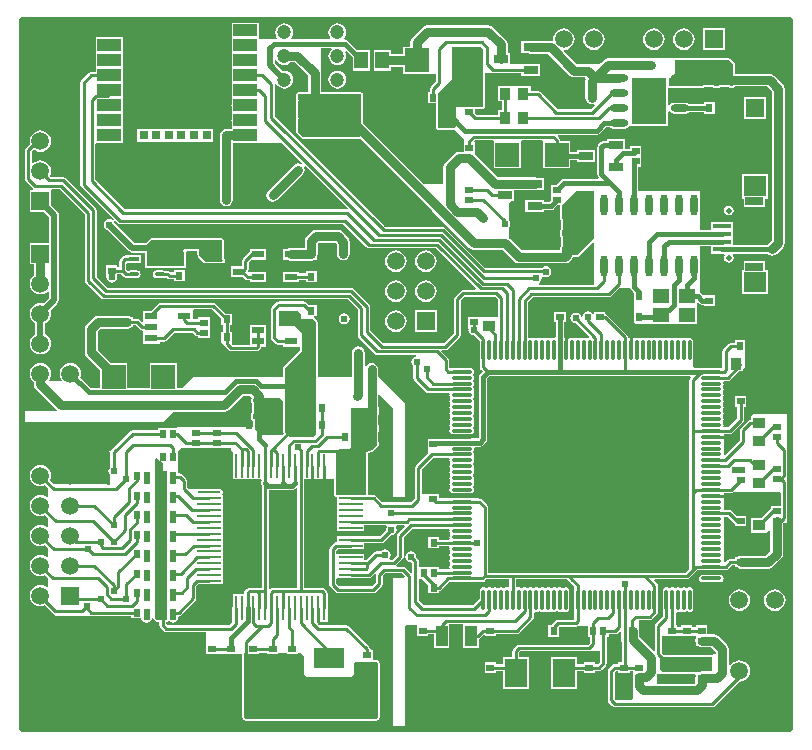
<source format=gtl>
G04*
G04 #@! TF.GenerationSoftware,Altium Limited,Altium Designer,18.1.9 (240)*
G04*
G04 Layer_Physical_Order=1*
G04 Layer_Color=255*
%FSLAX24Y24*%
%MOIN*%
G70*
G01*
G75*
%ADD12C,0.0100*%
%ADD17C,0.0200*%
%ADD22C,0.0050*%
%ADD26O,0.0630X0.0236*%
%ADD27R,0.1142X0.1575*%
%ADD28R,0.0366X0.0386*%
%ADD29R,0.0386X0.0366*%
%ADD30R,0.0256X0.0236*%
%ADD31O,0.0787X0.0087*%
%ADD32R,0.0787X0.0087*%
%ADD33R,0.0087X0.0787*%
%ADD34R,0.0236X0.0256*%
%ADD35R,0.1024X0.0709*%
%ADD36R,0.0787X0.0787*%
%ADD37R,0.0433X0.0236*%
%ADD38R,0.0492X0.0276*%
%ADD39O,0.0236X0.0709*%
%ADD40R,0.0551X0.0453*%
%ADD41C,0.0591*%
%ADD42O,0.0110X0.0709*%
%ADD43O,0.0709X0.0110*%
%ADD44R,0.0457X0.0579*%
%ADD45R,0.0610X0.0157*%
%ADD46R,0.0748X0.0709*%
%ADD47R,0.0335X0.0138*%
%ADD48O,0.0335X0.0138*%
%ADD49R,0.0315X0.0315*%
%ADD50R,0.0787X0.0394*%
%ADD51R,0.0394X0.0709*%
%ADD52R,0.0748X0.0945*%
%ADD86C,0.0300*%
%ADD87C,0.0150*%
%ADD88R,0.0591X0.0591*%
%ADD89R,0.0591X0.0591*%
%ADD90C,0.0472*%
%ADD91C,0.0197*%
%ADD92R,0.0591X0.0315*%
%ADD93C,0.1378*%
%ADD94C,0.0240*%
G36*
X23700Y22150D02*
Y21450D01*
X23588D01*
Y21478D01*
X23212D01*
Y21450D01*
X23071D01*
Y21478D01*
X22695D01*
Y21450D01*
X21550D01*
Y21700D01*
X21750D01*
Y22300D01*
X23550D01*
X23700Y22150D01*
D02*
G37*
G36*
X24986Y21261D02*
Y16289D01*
X24837Y16140D01*
X24828Y16126D01*
X23699D01*
Y16617D01*
Y16895D01*
X22969D01*
Y16638D01*
X22600D01*
Y17931D01*
X22613Y17944D01*
X20538D01*
Y18743D01*
X20628D01*
Y19077D01*
Y19434D01*
X20252D01*
Y19344D01*
X20088D01*
Y19677D01*
X19476D01*
Y19617D01*
X19380D01*
X19380Y19617D01*
X19327Y19607D01*
X19282Y19577D01*
X19282Y19577D01*
X19203Y19497D01*
X19173Y19453D01*
X19162Y19400D01*
Y18500D01*
X19173Y18447D01*
X19203Y18403D01*
X19218Y18388D01*
X19197Y18338D01*
X18047D01*
X17995Y18327D01*
X17950Y18297D01*
X17798Y18145D01*
X17627D01*
Y17639D01*
X17556Y17569D01*
X17382D01*
Y17629D01*
X16770D01*
Y17234D01*
X17382D01*
Y17294D01*
X17613D01*
X17613Y17294D01*
X17613Y17294D01*
X17638Y17299D01*
X17666Y17304D01*
X17666Y17304D01*
X17666Y17304D01*
X17689Y17319D01*
X17711Y17334D01*
X17711Y17334D01*
X17711Y17334D01*
X17831Y17455D01*
X17935D01*
Y17007D01*
X17946Y16980D01*
Y16657D01*
X17935Y16631D01*
Y16443D01*
X17946Y16417D01*
Y16094D01*
X17935Y16068D01*
Y15964D01*
X16642D01*
X16254Y16351D01*
X16212Y16379D01*
Y16733D01*
X16243Y16780D01*
X16257Y16850D01*
X16243Y16920D01*
X16212Y16967D01*
Y17541D01*
X16257Y17586D01*
X16257Y17586D01*
X16257Y17586D01*
X16300Y17608D01*
X16398D01*
Y17965D01*
X17076D01*
X17158Y17982D01*
X17158Y17982D01*
X17382D01*
Y18377D01*
X17158D01*
X17158Y18377D01*
X17076Y18394D01*
X15842D01*
X15088Y19148D01*
Y19545D01*
X15075D01*
X15054Y19595D01*
X15096Y19638D01*
X15671D01*
X15707Y19604D01*
X15707Y19588D01*
Y18696D01*
X16614D01*
Y19588D01*
X16614Y19604D01*
X16650Y19638D01*
X17324D01*
X17360Y19604D01*
Y18696D01*
X18267D01*
Y18968D01*
X18492D01*
Y18908D01*
X19104D01*
Y19303D01*
X18492D01*
Y19243D01*
X18267D01*
Y19604D01*
X17926D01*
Y19636D01*
X17917Y19679D01*
X17893Y19716D01*
X17893Y19716D01*
X17842Y19766D01*
X17862Y19812D01*
X19150D01*
X19203Y19823D01*
X19247Y19853D01*
X19457Y20062D01*
X19565D01*
X19610Y20032D01*
X19680Y20018D01*
X19969D01*
X20007Y20011D01*
X20044Y20018D01*
X20073D01*
X20143Y20032D01*
X20202Y20072D01*
X20220Y20100D01*
X20269Y20103D01*
X20269Y20103D01*
X21531D01*
Y20583D01*
X21581Y20598D01*
X21598Y20572D01*
X21657Y20532D01*
X21727Y20518D01*
X22120D01*
X22190Y20532D01*
X22235Y20562D01*
X22720D01*
Y20512D01*
X23076D01*
Y20888D01*
X22720D01*
Y20838D01*
X22235D01*
X22190Y20868D01*
X22120Y20882D01*
X21727D01*
X21657Y20868D01*
X21598Y20828D01*
X21581Y20802D01*
X21531Y20817D01*
Y21372D01*
X21550Y21385D01*
X22695D01*
X22741Y21404D01*
X22744Y21413D01*
X23021D01*
X23025Y21404D01*
X23071Y21385D01*
X23212D01*
X23258Y21404D01*
X23262Y21413D01*
X23538D01*
X23542Y21404D01*
X23588Y21385D01*
X23700D01*
X23746Y21404D01*
X23753Y21421D01*
X24827D01*
X24986Y21261D01*
D02*
G37*
G36*
X8470Y22288D02*
X8517Y22226D01*
X8579Y22179D01*
X8651Y22149D01*
X8728Y22139D01*
X8806Y22149D01*
X8878Y22179D01*
X8936Y22223D01*
X9080D01*
X9536Y21768D01*
Y21239D01*
X9200D01*
X9154Y21220D01*
X9135Y21174D01*
Y21017D01*
X9138Y21010D01*
X9136Y21004D01*
X9140Y20985D01*
X9136Y20965D01*
X9138Y20959D01*
X9135Y20953D01*
Y20417D01*
X9138Y20410D01*
X9136Y20404D01*
X9140Y20385D01*
X9136Y20365D01*
X9138Y20359D01*
X9135Y20353D01*
Y19910D01*
X9154Y19864D01*
X9314Y19704D01*
X9360Y19685D01*
X11250D01*
X11261Y19690D01*
X13704Y17246D01*
X13730Y17208D01*
X14889Y16049D01*
X14959Y16002D01*
X15041Y15986D01*
X16014D01*
X16402Y15599D01*
X16471Y15552D01*
X16553Y15536D01*
X18098D01*
X18180Y15552D01*
X18249Y15599D01*
X18312Y15661D01*
X18359Y15731D01*
X18359Y15735D01*
X18496D01*
X18542Y15754D01*
X19004Y16216D01*
X19050Y16196D01*
Y14812D01*
X17236D01*
X17207Y14858D01*
X17207Y14862D01*
X17264Y14900D01*
X17303Y14959D01*
X17317Y15030D01*
X17309Y15070D01*
X17354Y15100D01*
X17380Y15083D01*
X17450Y15069D01*
X17520Y15083D01*
X17580Y15123D01*
X17620Y15183D01*
X17634Y15253D01*
X17620Y15323D01*
X17580Y15383D01*
X17520Y15422D01*
X17450Y15436D01*
X17380Y15422D01*
X17320Y15383D01*
X17313Y15372D01*
X15428D01*
X14090Y16709D01*
X14054Y16734D01*
X14011Y16742D01*
X14011Y16742D01*
X12100D01*
X8412Y20430D01*
Y21500D01*
X8412Y21500D01*
X8409Y21517D01*
X8457Y21531D01*
X8470Y21501D01*
X8517Y21439D01*
X8579Y21391D01*
X8651Y21361D01*
X8728Y21351D01*
X8806Y21361D01*
X8878Y21391D01*
X8940Y21439D01*
X8987Y21501D01*
X9017Y21573D01*
X9027Y21650D01*
X9017Y21727D01*
X8987Y21799D01*
X8940Y21861D01*
X8878Y21909D01*
X8806Y21939D01*
X8728Y21949D01*
X8668Y21941D01*
X8413Y22196D01*
Y22294D01*
X8463Y22304D01*
X8470Y22288D01*
D02*
G37*
G36*
X15350Y22681D02*
Y20750D01*
X14450D01*
Y20100D01*
X14400Y20050D01*
X13857D01*
X13850Y20057D01*
Y20319D01*
X13850Y20319D01*
X13864Y20386D01*
X13864D01*
Y20762D01*
X13850D01*
Y20862D01*
X13862D01*
Y21212D01*
X14308Y21658D01*
Y22750D01*
X15281D01*
X15350Y22681D01*
D02*
G37*
G36*
X11300Y21150D02*
Y19800D01*
X11250Y19750D01*
X9360D01*
X9200Y19910D01*
Y20353D01*
X9206Y20385D01*
X9200Y20417D01*
Y20953D01*
X9206Y20985D01*
X9200Y21017D01*
Y21174D01*
X11276D01*
X11300Y21150D01*
D02*
G37*
G36*
X6974Y23557D02*
Y23043D01*
Y22543D01*
Y22043D01*
Y21543D01*
Y21043D01*
Y20837D01*
X6966Y20800D01*
X6974Y20763D01*
Y20337D01*
X6966Y20300D01*
X6974Y20263D01*
Y20014D01*
X6800D01*
X6718Y19998D01*
X6649Y19951D01*
X6602Y19882D01*
X6586Y19800D01*
Y17650D01*
X6602Y17568D01*
X6649Y17499D01*
X6718Y17452D01*
X6800Y17436D01*
X6882Y17452D01*
X6951Y17499D01*
X6998Y17568D01*
X7014Y17650D01*
Y19543D01*
X8661D01*
X8662Y19544D01*
X9333Y18874D01*
X9301Y18835D01*
X9282Y18848D01*
X9200Y18864D01*
X9118Y18848D01*
X9049Y18801D01*
X8199Y17951D01*
X8152Y17882D01*
X8136Y17800D01*
X8152Y17718D01*
X8199Y17649D01*
X8268Y17602D01*
X8350Y17586D01*
X8432Y17602D01*
X8501Y17649D01*
X9351Y18499D01*
X9398Y18568D01*
X9414Y18650D01*
X9398Y18732D01*
X9385Y18751D01*
X9424Y18783D01*
X10839Y17368D01*
X10814Y17322D01*
X10814Y17322D01*
X10814Y17322D01*
X3413D01*
X2422Y18313D01*
Y19503D01*
X2446Y19543D01*
X3354D01*
Y20043D01*
Y20543D01*
Y21043D01*
Y21543D01*
Y22043D01*
Y22543D01*
Y23057D01*
X2446D01*
Y22543D01*
Y22043D01*
Y21912D01*
X2300D01*
X2257Y21904D01*
X2221Y21879D01*
X2221Y21879D01*
X1971Y21629D01*
X1946Y21593D01*
X1938Y21550D01*
X1938Y21550D01*
Y18150D01*
X1938Y18150D01*
X1946Y18107D01*
X1971Y18071D01*
X3039Y17002D01*
X3007Y16963D01*
X2970Y16988D01*
X2900Y17002D01*
X2830Y16988D01*
X2770Y16948D01*
X2730Y16889D01*
X2716Y16819D01*
X2730Y16748D01*
X2770Y16689D01*
X2830Y16649D01*
X2841Y16647D01*
X3553Y15935D01*
X3606Y15899D01*
X3669Y15887D01*
X4085D01*
Y15432D01*
X4104Y15386D01*
X4150Y15367D01*
X5382D01*
X5428Y15386D01*
X5446Y15404D01*
X5465Y15450D01*
Y15532D01*
X5452Y15563D01*
Y15908D01*
X5495Y15935D01*
X5835D01*
Y15814D01*
X5842Y15796D01*
X5846Y15778D01*
X5858Y15759D01*
X5860Y15751D01*
X5870Y15735D01*
X5878Y15718D01*
X6054Y15541D01*
X6100Y15522D01*
X6662D01*
X6665Y15524D01*
X6669Y15523D01*
X6688Y15533D01*
X6708Y15541D01*
X6709Y15545D01*
X6713Y15547D01*
X6744Y15586D01*
X6750Y15607D01*
X6758Y15627D01*
X6757Y15630D01*
X6758Y15633D01*
X6748Y15652D01*
X6739Y15672D01*
X6715Y15697D01*
Y16300D01*
X6696Y16346D01*
X6650Y16365D01*
X4300D01*
X4254Y16346D01*
X4121Y16213D01*
X3736D01*
X3072Y16877D01*
X3070Y16889D01*
X3045Y16926D01*
X3084Y16958D01*
X3171Y16871D01*
X3171Y16871D01*
X3207Y16846D01*
X3250Y16838D01*
X10704D01*
X11471Y16071D01*
X11471Y16071D01*
X11507Y16046D01*
X11550Y16038D01*
X11550Y16038D01*
X13766D01*
X15115Y14688D01*
X15096Y14642D01*
X14690D01*
X14690Y14642D01*
X14647Y14634D01*
X14611Y14609D01*
X14611Y14609D01*
X14421Y14419D01*
X14396Y14383D01*
X14388Y14340D01*
X14388Y14340D01*
Y13196D01*
X14054Y12862D01*
X12030D01*
X11598Y13294D01*
Y14084D01*
X11598Y14084D01*
X11589Y14127D01*
X11565Y14163D01*
X11049Y14679D01*
X11013Y14704D01*
X10970Y14712D01*
X10970Y14712D01*
X2846D01*
X2472Y15086D01*
Y17296D01*
X2464Y17338D01*
X2439Y17375D01*
X2439Y17375D01*
X1435Y18379D01*
X1398Y18404D01*
X1356Y18412D01*
X1356Y18412D01*
X956D01*
X924Y18453D01*
X946Y18507D01*
X958Y18600D01*
X946Y18693D01*
X910Y18779D01*
X853Y18853D01*
X779Y18910D01*
X693Y18946D01*
X600Y18958D01*
X507Y18946D01*
X421Y18910D01*
X357Y18861D01*
X307Y18877D01*
Y19248D01*
X380Y19321D01*
X421Y19290D01*
X507Y19254D01*
X600Y19242D01*
X693Y19254D01*
X779Y19290D01*
X853Y19347D01*
X910Y19421D01*
X946Y19507D01*
X958Y19600D01*
X946Y19693D01*
X910Y19779D01*
X853Y19853D01*
X779Y19910D01*
X693Y19946D01*
X600Y19958D01*
X507Y19946D01*
X421Y19910D01*
X347Y19853D01*
X290Y19779D01*
X254Y19693D01*
X242Y19600D01*
X253Y19512D01*
X115Y19374D01*
X91Y19338D01*
X83Y19295D01*
X83Y19295D01*
Y18332D01*
X83Y18332D01*
X91Y18289D01*
X115Y18253D01*
X348Y18021D01*
X348Y18021D01*
X371Y18005D01*
X355Y17955D01*
X245D01*
Y17245D01*
X725D01*
X892Y17077D01*
Y16205D01*
X245D01*
Y15495D01*
X386D01*
Y15134D01*
X347Y15103D01*
X290Y15029D01*
X254Y14943D01*
X242Y14850D01*
X254Y14757D01*
X290Y14671D01*
X347Y14597D01*
X421Y14540D01*
X507Y14504D01*
X600Y14492D01*
X693Y14504D01*
X779Y14540D01*
X837Y14584D01*
X887Y14562D01*
Y14368D01*
X709Y14189D01*
X693Y14196D01*
X600Y14208D01*
X507Y14196D01*
X421Y14160D01*
X347Y14103D01*
X290Y14029D01*
X254Y13943D01*
X242Y13850D01*
X254Y13757D01*
X290Y13671D01*
X347Y13597D01*
X421Y13540D01*
X437Y13533D01*
Y13167D01*
X421Y13160D01*
X347Y13103D01*
X290Y13029D01*
X254Y12943D01*
X242Y12850D01*
X254Y12757D01*
X290Y12671D01*
X347Y12597D01*
X421Y12540D01*
X507Y12504D01*
X600Y12492D01*
X693Y12504D01*
X779Y12540D01*
X853Y12597D01*
X910Y12671D01*
X946Y12757D01*
X958Y12850D01*
X946Y12943D01*
X910Y13029D01*
X853Y13103D01*
X779Y13160D01*
X763Y13167D01*
Y13533D01*
X779Y13540D01*
X853Y13597D01*
X910Y13671D01*
X946Y13757D01*
X958Y13850D01*
X946Y13943D01*
X939Y13959D01*
X1165Y14185D01*
X1201Y14238D01*
X1213Y14300D01*
Y14630D01*
X1218Y14656D01*
Y17145D01*
X1206Y17207D01*
X1171Y17260D01*
X955Y17475D01*
Y17938D01*
X955Y17955D01*
X992Y17988D01*
X1254D01*
X2088Y17154D01*
Y14950D01*
X2088Y14950D01*
X2096Y14907D01*
X2121Y14871D01*
X2631Y14361D01*
X2667Y14336D01*
X2710Y14328D01*
X2710Y14328D01*
X10857D01*
X11188Y13997D01*
Y13124D01*
X11188Y13124D01*
X11196Y13081D01*
X11221Y13044D01*
X11754Y12511D01*
X11754Y12511D01*
X11791Y12486D01*
X11834Y12478D01*
X11834Y12478D01*
X13117D01*
X13121Y12428D01*
X13080Y12420D01*
X13020Y12380D01*
X12980Y12320D01*
X12966Y12250D01*
X12980Y12180D01*
X13020Y12120D01*
X13038Y12108D01*
Y11700D01*
X13038Y11700D01*
X13046Y11657D01*
X13071Y11621D01*
X13448Y11244D01*
X13448Y11244D01*
X13484Y11219D01*
X13527Y11211D01*
X13527Y11211D01*
X14212D01*
X14225Y11196D01*
X14244Y11161D01*
X14237Y11126D01*
X14246Y11081D01*
X14271Y11043D01*
Y11012D01*
X14246Y10974D01*
X14237Y10929D01*
X14246Y10884D01*
X14258Y10866D01*
X14267Y10831D01*
X14258Y10795D01*
X14246Y10777D01*
X14237Y10732D01*
X14246Y10687D01*
X14258Y10670D01*
X14267Y10634D01*
X14258Y10598D01*
X14246Y10580D01*
X14237Y10535D01*
X14246Y10490D01*
X14271Y10452D01*
Y10422D01*
X14246Y10383D01*
X14237Y10339D01*
X14246Y10294D01*
X14258Y10276D01*
X14267Y10240D01*
X14258Y10204D01*
X14246Y10187D01*
X14237Y10142D01*
X14246Y10097D01*
X14271Y10059D01*
Y10028D01*
X14246Y9990D01*
X14237Y9945D01*
X14246Y9900D01*
X14271Y9862D01*
X14309Y9836D01*
X14354Y9828D01*
X14953D01*
X14998Y9836D01*
X15036Y9862D01*
X15061Y9900D01*
X15070Y9945D01*
X15061Y9990D01*
X15036Y10028D01*
Y10059D01*
X15061Y10097D01*
X15070Y10142D01*
X15061Y10187D01*
X15049Y10204D01*
X15040Y10240D01*
X15049Y10276D01*
X15061Y10294D01*
X15070Y10339D01*
X15061Y10383D01*
X15036Y10422D01*
Y10452D01*
X15061Y10490D01*
X15070Y10535D01*
X15061Y10580D01*
X15049Y10598D01*
X15040Y10634D01*
X15049Y10670D01*
X15061Y10687D01*
X15070Y10732D01*
X15061Y10777D01*
X15049Y10795D01*
X15040Y10831D01*
X15049Y10866D01*
X15061Y10884D01*
X15070Y10929D01*
X15061Y10974D01*
X15036Y11012D01*
Y11043D01*
X15061Y11081D01*
X15070Y11126D01*
X15061Y11171D01*
X15049Y11189D01*
X15040Y11224D01*
X15049Y11260D01*
X15061Y11278D01*
X15070Y11323D01*
X15061Y11368D01*
X15036Y11406D01*
Y11437D01*
X15061Y11475D01*
X15070Y11520D01*
X15061Y11565D01*
X15036Y11603D01*
Y11634D01*
X15061Y11672D01*
X15070Y11717D01*
X15061Y11761D01*
X15036Y11800D01*
Y11830D01*
X15061Y11868D01*
X15070Y11913D01*
X15061Y11958D01*
X15036Y11996D01*
X14998Y12022D01*
X14953Y12031D01*
X14354D01*
X14328Y12026D01*
X14234D01*
X14222Y12038D01*
Y12290D01*
X14222Y12290D01*
X14214Y12333D01*
X14189Y12369D01*
X13967Y12592D01*
X13986Y12638D01*
X14100D01*
X14100Y12638D01*
X14143Y12646D01*
X14179Y12671D01*
X14579Y13071D01*
X14579Y13071D01*
X14604Y13107D01*
X14612Y13150D01*
Y14294D01*
X14736Y14418D01*
X15753D01*
X15841Y14331D01*
Y13728D01*
X15326D01*
X15282Y13728D01*
X15278Y13729D01*
X15234Y13774D01*
Y13774D01*
X15207Y13743D01*
X14862D01*
Y13387D01*
X14862Y13387D01*
X14862D01*
X14874Y13337D01*
X14866Y13300D01*
X14880Y13230D01*
X14920Y13170D01*
X14980Y13130D01*
X15050Y13116D01*
X15071Y13121D01*
X15249Y12942D01*
X15245Y12921D01*
Y12323D01*
X15250Y12297D01*
Y12060D01*
X15250Y12060D01*
X15259Y12017D01*
X15283Y11981D01*
X15339Y11925D01*
X15265Y11850D01*
X15235Y11806D01*
X15235Y11806D01*
X15229Y11777D01*
X15225Y11753D01*
Y9719D01*
X15194Y9689D01*
X14654D01*
X14653Y9689D01*
X14653Y9689D01*
X14627Y9684D01*
X14620Y9682D01*
X13700D01*
X13686Y9679D01*
X13512D01*
Y9200D01*
X13512Y9200D01*
X13512D01*
X13497Y9155D01*
X13121Y8779D01*
X13096Y8743D01*
X13088Y8700D01*
X13088Y8700D01*
Y7696D01*
X12954Y7562D01*
X11996D01*
X11784Y7775D01*
X11748Y7799D01*
X11705Y7807D01*
X11705Y7807D01*
X11515D01*
Y9203D01*
X11660Y9237D01*
X11674Y9247D01*
X11691Y9254D01*
X11871Y9434D01*
X11890Y9480D01*
Y9562D01*
X11871Y9607D01*
Y9893D01*
X11890Y9938D01*
Y10112D01*
X11871Y10157D01*
Y10443D01*
X11890Y10488D01*
Y10711D01*
X11871Y10757D01*
X11864Y10759D01*
Y11121D01*
X11910Y11140D01*
X12354Y10696D01*
X12354Y7754D01*
X12754Y7754D01*
X12754Y10868D01*
X11872Y11750D01*
X11864D01*
Y12000D01*
X11848Y12082D01*
X11801Y12151D01*
X11732Y12198D01*
X11650Y12214D01*
X11568Y12198D01*
X11499Y12151D01*
X11464Y12100D01*
X11414Y12115D01*
Y12550D01*
X11398Y12632D01*
X11351Y12701D01*
X11282Y12748D01*
X11200Y12764D01*
X11118Y12748D01*
X11049Y12701D01*
X11002Y12632D01*
X10986Y12550D01*
Y11750D01*
X9865D01*
Y12618D01*
X9852Y12648D01*
Y12991D01*
X9856Y13038D01*
X9853Y13047D01*
X9855Y13056D01*
X9848Y13092D01*
X9855Y13127D01*
X9853Y13136D01*
X9856Y13145D01*
X9852Y13192D01*
Y13563D01*
X9833Y13609D01*
X9741Y13701D01*
X9714Y13712D01*
X9724Y13762D01*
X9809D01*
Y14138D01*
X9555D01*
X9464Y14229D01*
X9428Y14254D01*
X9385Y14262D01*
X9385Y14262D01*
X8550D01*
X8550Y14262D01*
X8507Y14254D01*
X8471Y14229D01*
X8321Y14079D01*
X8296Y14043D01*
X8288Y14000D01*
X8288Y14000D01*
Y13050D01*
X8288Y13050D01*
X8296Y13007D01*
X8321Y12971D01*
X8445Y12847D01*
X8445Y12847D01*
X8481Y12822D01*
X8524Y12814D01*
X8524Y12814D01*
X8675D01*
Y12748D01*
X9228D01*
X9270Y12729D01*
Y12627D01*
X8704Y12061D01*
X8685Y12015D01*
Y11750D01*
X5700D01*
X5309Y11359D01*
X5154D01*
Y12204D01*
X4246D01*
Y11359D01*
X3500D01*
Y12204D01*
X2960D01*
X2514Y12649D01*
Y13264D01*
X2604Y13353D01*
X3501D01*
X3583Y13369D01*
X3613Y13389D01*
X3689D01*
Y13455D01*
X3786D01*
X3921Y13321D01*
X3921Y13321D01*
X3957Y13296D01*
X4000Y13288D01*
X4023Y13264D01*
X4023Y13222D01*
X4023Y13172D01*
Y12848D01*
X4577D01*
Y12914D01*
X4726D01*
X4726Y12914D01*
X4769Y12922D01*
X4805Y12947D01*
X5071Y13213D01*
X5679D01*
X5755Y13136D01*
X5755Y13136D01*
X5792Y13112D01*
X5835Y13103D01*
X5863D01*
Y13037D01*
X6239D01*
Y13372D01*
Y13728D01*
X5863D01*
Y13662D01*
X5679D01*
Y13938D01*
X5679Y13952D01*
X5713Y13988D01*
X6324D01*
X6637Y13674D01*
Y13467D01*
X6703D01*
Y13243D01*
X6637D01*
Y12867D01*
X6659D01*
X6703Y12850D01*
X6712Y12807D01*
X6736Y12771D01*
X6886Y12621D01*
X6922Y12596D01*
X6965Y12588D01*
X6965Y12588D01*
X7800D01*
X7800Y12588D01*
X7843Y12596D01*
X7879Y12621D01*
X7928Y12670D01*
X7928Y12670D01*
X7952Y12706D01*
X7961Y12748D01*
X8125D01*
Y13104D01*
X8125D01*
Y13122D01*
X8125D01*
Y13478D01*
X7572D01*
Y13122D01*
X7572D01*
Y13104D01*
X7572D01*
Y12812D01*
X7019D01*
X6987Y12852D01*
X6993Y12867D01*
X6993D01*
Y13243D01*
X6927D01*
Y13467D01*
X6993D01*
Y13843D01*
X6786D01*
X6449Y14179D01*
X6413Y14204D01*
X6370Y14212D01*
X6370Y14212D01*
X4600D01*
X4600Y14212D01*
X4557Y14204D01*
X4521Y14179D01*
X4294Y13952D01*
X4023D01*
X4023Y13606D01*
X3981Y13578D01*
X3912Y13647D01*
X3876Y13671D01*
X3833Y13679D01*
X3833Y13679D01*
X3689D01*
Y13745D01*
X3613D01*
X3583Y13765D01*
X3501Y13781D01*
X2515D01*
X2433Y13765D01*
X2363Y13719D01*
X2149Y13504D01*
X2102Y13434D01*
X2086Y13352D01*
Y12561D01*
X2102Y12479D01*
X2149Y12409D01*
X2593Y11965D01*
Y11359D01*
X2286D01*
X1929Y11716D01*
X1946Y11757D01*
X1958Y11850D01*
X1946Y11943D01*
X1910Y12029D01*
X1853Y12103D01*
X1779Y12160D01*
X1693Y12196D01*
X1600Y12208D01*
X1507Y12196D01*
X1421Y12160D01*
X1347Y12103D01*
X1290Y12029D01*
X1254Y11943D01*
X1242Y11850D01*
X1254Y11757D01*
X1290Y11671D01*
X1312Y11641D01*
X1290Y11597D01*
X910D01*
X888Y11641D01*
X910Y11671D01*
X946Y11757D01*
X958Y11850D01*
X946Y11943D01*
X910Y12029D01*
X853Y12103D01*
X779Y12160D01*
X693Y12196D01*
X600Y12208D01*
X507Y12196D01*
X421Y12160D01*
X347Y12103D01*
X290Y12029D01*
X254Y11943D01*
X242Y11850D01*
X254Y11757D01*
X290Y11671D01*
X347Y11597D01*
X386Y11566D01*
Y11500D01*
X402Y11418D01*
X449Y11349D01*
X1147Y10650D01*
X1147Y10644D01*
X1131Y10600D01*
X0D01*
Y23594D01*
X6942D01*
X6974Y23557D01*
D02*
G37*
G36*
X19050Y16354D02*
X18496Y15800D01*
X18000D01*
Y16068D01*
X18011D01*
Y16443D01*
X18000D01*
Y16631D01*
X18011D01*
Y17007D01*
X18000D01*
Y17455D01*
X18003D01*
Y17487D01*
X18465Y17950D01*
X19050D01*
Y16354D01*
D02*
G37*
G36*
X25591Y10517D02*
X25546Y10490D01*
X24362D01*
X24297Y10446D01*
Y10331D01*
X24253Y10315D01*
X24210Y10307D01*
X24174Y10282D01*
X23939Y10048D01*
X23915Y10011D01*
X23906Y9969D01*
X23906Y9969D01*
Y9605D01*
X23423Y9122D01*
X23377Y9141D01*
Y9833D01*
X23576D01*
X23576Y9833D01*
X23619Y9841D01*
X23655Y9866D01*
X24029Y10240D01*
X24029Y10240D01*
X24054Y10276D01*
X24062Y10319D01*
X24062Y10319D01*
Y10751D01*
X24138D01*
Y11107D01*
X23762D01*
Y10751D01*
X23838D01*
Y10365D01*
X23529Y10057D01*
X23402D01*
X23389Y10072D01*
X23370Y10107D01*
X23377Y10142D01*
X23368Y10187D01*
X23356Y10204D01*
X23347Y10240D01*
X23356Y10276D01*
X23368Y10294D01*
X23377Y10339D01*
X23368Y10383D01*
X23343Y10422D01*
Y10452D01*
X23368Y10490D01*
X23377Y10535D01*
X23368Y10580D01*
X23356Y10598D01*
X23347Y10634D01*
X23356Y10670D01*
X23368Y10687D01*
X23377Y10732D01*
X23368Y10777D01*
X23356Y10795D01*
X23347Y10831D01*
X23356Y10866D01*
X23368Y10884D01*
X23377Y10929D01*
X23368Y10974D01*
X23343Y11012D01*
Y11043D01*
X23368Y11081D01*
X23377Y11126D01*
X23368Y11171D01*
X23356Y11189D01*
X23347Y11224D01*
X23356Y11260D01*
X23368Y11278D01*
X23377Y11323D01*
X23368Y11368D01*
X23343Y11406D01*
Y11437D01*
X23368Y11475D01*
X23377Y11520D01*
X23370Y11554D01*
X23389Y11589D01*
X23402Y11604D01*
X23514D01*
X23514Y11604D01*
X23557Y11613D01*
X23593Y11637D01*
X23593Y11637D01*
X23877Y11921D01*
X24032D01*
Y11996D01*
X24061Y12034D01*
Y12034D01*
X24103Y12076D01*
X24103Y12076D01*
Y12367D01*
X24103Y12367D01*
X24103D01*
Y12586D01*
Y12962D01*
X23747D01*
Y12886D01*
X23624D01*
X23581Y12878D01*
X23545Y12853D01*
X23545Y12853D01*
X23371Y12679D01*
X23346Y12643D01*
X23338Y12600D01*
X23338Y12600D01*
Y12033D01*
X23330Y12026D01*
X23286D01*
X23260Y12031D01*
X22675D01*
X22671Y12034D01*
X22618Y12044D01*
X22415D01*
X22369Y12055D01*
Y12957D01*
X22360Y12966D01*
X22335Y13004D01*
X22297Y13030D01*
X22252Y13039D01*
X22207Y13030D01*
X22100D01*
X22055Y13039D01*
X22010Y13030D01*
X21903D01*
X21858Y13039D01*
X21813Y13030D01*
X21706D01*
X21661Y13039D01*
X21616Y13030D01*
X21509D01*
X21465Y13039D01*
X21420Y13030D01*
X21313D01*
X21268Y13039D01*
X21223Y13030D01*
X21116D01*
X21071Y13039D01*
X21026Y13030D01*
X20919D01*
X20874Y13039D01*
X20829Y13030D01*
X20722D01*
X20677Y13039D01*
X20632Y13030D01*
X20525D01*
X20480Y13039D01*
X20435Y13030D01*
X20216D01*
X20199Y13073D01*
X20190Y13116D01*
X20166Y13153D01*
X20166Y13153D01*
X19499Y13819D01*
X19463Y13844D01*
X19438Y13849D01*
Y13918D01*
X19062D01*
Y13843D01*
X19012Y13831D01*
X18980Y13880D01*
X18920Y13920D01*
X18850Y13934D01*
X18780Y13920D01*
X18720Y13880D01*
X18680Y13820D01*
X18666Y13750D01*
X18619Y13748D01*
X18615Y13770D01*
X18575Y13830D01*
X18515Y13870D01*
X18445Y13884D01*
X18375Y13870D01*
X18315Y13830D01*
X18276Y13770D01*
X18262Y13700D01*
X18276Y13630D01*
X18315Y13570D01*
X18375Y13530D01*
X18445Y13516D01*
X18466Y13521D01*
X18900Y13087D01*
X18882Y13034D01*
X18861Y13030D01*
X18754D01*
X18709Y13039D01*
X18664Y13030D01*
X18557D01*
X18512Y13039D01*
X18467Y13030D01*
X18360D01*
X18315Y13039D01*
X18270Y13030D01*
X18059D01*
Y13562D01*
X18109D01*
Y13918D01*
X17733D01*
Y13562D01*
X17784D01*
Y13076D01*
X17734Y13037D01*
X17724Y13039D01*
X17680Y13030D01*
X17572D01*
X17528Y13039D01*
X17483Y13030D01*
X17376D01*
X17331Y13039D01*
X17286Y13030D01*
X17179D01*
X17134Y13039D01*
X17089Y13030D01*
X16982D01*
X16937Y13039D01*
X16902Y13032D01*
X16852Y13059D01*
Y14224D01*
X17017Y14388D01*
X19550D01*
X19550Y14388D01*
X19593Y14396D01*
X19629Y14421D01*
X19909Y14700D01*
X20268D01*
X20273Y14678D01*
X20303Y14633D01*
X20346Y14589D01*
X20323Y14564D01*
X20372Y14542D01*
Y14242D01*
X20373D01*
Y13579D01*
X20438Y13514D01*
X22502D01*
Y14188D01*
X22548Y14207D01*
X22568Y14187D01*
X22613Y14157D01*
X22665Y14147D01*
X22712D01*
Y14107D01*
X23088D01*
Y14463D01*
X22712D01*
X22712Y14463D01*
Y14463D01*
X22667Y14478D01*
X22617Y14527D01*
X22600Y14539D01*
Y16106D01*
X22969D01*
Y15849D01*
X23391D01*
X23418Y15799D01*
X23401Y15774D01*
X23389Y15713D01*
X23401Y15651D01*
X23436Y15598D01*
X23489Y15563D01*
X23550Y15551D01*
X23612Y15563D01*
X23665Y15598D01*
X23700Y15651D01*
X23712Y15713D01*
X23700Y15774D01*
X23683Y15799D01*
X23693Y15831D01*
X23709Y15851D01*
X24828D01*
X24837Y15837D01*
X24906Y15790D01*
X24988Y15774D01*
X25070Y15790D01*
X25140Y15837D01*
X25351Y16049D01*
X25398Y16118D01*
X25414Y16200D01*
Y21350D01*
X25398Y21432D01*
X25351Y21501D01*
X25067Y21786D01*
X24997Y21832D01*
X24915Y21849D01*
X23765D01*
Y22150D01*
X23746Y22196D01*
X23596Y22346D01*
X23550Y22365D01*
X21750D01*
X21748Y22364D01*
X19525D01*
X19443Y22348D01*
X19373Y22301D01*
X19273Y22201D01*
X19237Y22165D01*
X19001D01*
X19001Y22165D01*
Y22165D01*
X18899Y22165D01*
X18500D01*
X18486Y22152D01*
X18042Y22596D01*
X18065Y22644D01*
X18143Y22654D01*
X18229Y22690D01*
X18303Y22747D01*
X18360Y22821D01*
X18396Y22907D01*
X18408Y23000D01*
X18396Y23093D01*
X18360Y23179D01*
X18303Y23253D01*
X18229Y23310D01*
X18143Y23346D01*
X18050Y23358D01*
X17957Y23346D01*
X17871Y23310D01*
X17797Y23253D01*
X17740Y23179D01*
X17704Y23093D01*
X17692Y23000D01*
X17695Y22972D01*
X17650Y22930D01*
X17611Y22938D01*
X16942D01*
X16860Y22922D01*
X16860Y22922D01*
X16636D01*
Y22526D01*
X16860D01*
X16860Y22526D01*
X16942Y22510D01*
X17523D01*
X18246Y21787D01*
X18316Y21740D01*
X18397Y21724D01*
X18748D01*
X18760Y21714D01*
X18785Y21681D01*
X18771Y21610D01*
Y21051D01*
X18787Y20969D01*
X18807Y20939D01*
Y20863D01*
X18888D01*
X18903Y20853D01*
X18985Y20837D01*
X19067Y20853D01*
X19070Y20850D01*
X19074Y20782D01*
X18954Y20662D01*
X17846D01*
X17255Y21253D01*
X17219Y21278D01*
X17176Y21286D01*
X17176Y21286D01*
X16946D01*
Y21427D01*
X15854D01*
Y20921D01*
X15985D01*
Y20627D01*
X15854D01*
Y20486D01*
X15129D01*
X15088Y20527D01*
Y20685D01*
X15350D01*
X15396Y20704D01*
X15415Y20750D01*
Y21866D01*
X15429Y21872D01*
X15657D01*
X15700Y21864D01*
X15700Y21864D01*
X16636D01*
Y21778D01*
X17248D01*
Y22174D01*
X16286D01*
X16264Y22183D01*
Y22548D01*
X16172D01*
Y22822D01*
X16156Y22904D01*
X16109Y22974D01*
X15682Y23401D01*
X15612Y23448D01*
X15530Y23464D01*
X13500D01*
X13418Y23448D01*
X13349Y23401D01*
X12995Y23048D01*
X12949Y22978D01*
X12932Y22896D01*
Y22754D01*
X12693D01*
Y22514D01*
X12289D01*
Y22649D01*
X11712D01*
Y21951D01*
X12289D01*
Y22086D01*
X12693D01*
Y21846D01*
X13779D01*
X13788Y21838D01*
Y21596D01*
X13605Y21413D01*
X13580Y21377D01*
X13572Y21334D01*
X13572Y21334D01*
Y21238D01*
X13506D01*
Y20862D01*
X13785D01*
Y20762D01*
X13799Y20727D01*
Y20396D01*
X13787Y20332D01*
X13788Y20325D01*
X13785Y20319D01*
Y20057D01*
X13804Y20011D01*
X13811Y20004D01*
X13857Y19985D01*
X14400D01*
X14712Y19673D01*
Y19247D01*
X14552D01*
X14470Y19231D01*
X14401Y19184D01*
X14090Y18874D01*
X14044Y18804D01*
X14028Y18722D01*
Y18249D01*
X14027Y18200D01*
X13985Y18180D01*
X13448D01*
X13448Y18180D01*
Y18180D01*
X13383D01*
X13346Y18211D01*
X11365Y20192D01*
Y21150D01*
X11346Y21196D01*
X11322Y21220D01*
X11276Y21239D01*
X9964D01*
Y21857D01*
X9948Y21938D01*
Y22700D01*
X9993Y22712D01*
X10290D01*
X10307Y22662D01*
X10289Y22649D01*
X10241Y22587D01*
X10211Y22515D01*
X10201Y22437D01*
X10211Y22360D01*
X10241Y22288D01*
X10289Y22226D01*
X10351Y22179D01*
X10423Y22149D01*
X10500Y22139D01*
X10577Y22149D01*
X10649Y22179D01*
X10711Y22226D01*
X10759Y22288D01*
X10789Y22360D01*
X10799Y22437D01*
X10789Y22515D01*
X10767Y22567D01*
X10809Y22596D01*
X11011Y22394D01*
Y21951D01*
X11588D01*
Y22649D01*
X11145D01*
X10847Y22947D01*
X10802Y22977D01*
X10754Y22987D01*
X10745Y22999D01*
X10730Y23038D01*
X10759Y23075D01*
X10789Y23147D01*
X10799Y23225D01*
X10789Y23302D01*
X10759Y23374D01*
X10711Y23436D01*
X10649Y23484D01*
X10577Y23513D01*
X10500Y23524D01*
X10423Y23513D01*
X10351Y23484D01*
X10289Y23436D01*
X10241Y23374D01*
X10211Y23302D01*
X10201Y23225D01*
X10211Y23147D01*
X10241Y23075D01*
X10270Y23038D01*
X10246Y22988D01*
X8983D01*
X8958Y23038D01*
X8987Y23075D01*
X9017Y23147D01*
X9027Y23225D01*
X9017Y23302D01*
X8987Y23374D01*
X8940Y23436D01*
X8878Y23484D01*
X8806Y23513D01*
X8728Y23524D01*
X8651Y23513D01*
X8579Y23484D01*
X8517Y23436D01*
X8470Y23374D01*
X8440Y23302D01*
X8430Y23225D01*
X8440Y23147D01*
X8470Y23075D01*
X8499Y23038D01*
X8449Y22988D01*
X8449Y22988D01*
X8428Y22988D01*
X7885D01*
X7881Y23036D01*
Y23557D01*
X7913Y23594D01*
X25591D01*
X25591Y10517D01*
D02*
G37*
G36*
X6650Y15670D02*
X6694Y15627D01*
X6662Y15587D01*
X6100D01*
X5924Y15764D01*
X5919Y15785D01*
X5900Y15814D01*
Y16000D01*
X5400D01*
X5350Y15950D01*
X5357Y15943D01*
X5387Y15908D01*
X5387D01*
X5387Y15908D01*
Y15532D01*
X5400D01*
Y15450D01*
X5382Y15432D01*
X4150D01*
Y16150D01*
X4300Y16300D01*
X6650D01*
Y15670D01*
D02*
G37*
G36*
X7655Y11043D02*
X7637Y11000D01*
Y10888D01*
X7656Y10842D01*
X7663Y10839D01*
Y10561D01*
X7656Y10558D01*
X7637Y10512D01*
Y10330D01*
X7656Y10284D01*
X7676Y10276D01*
Y10059D01*
X6688D01*
Y10063D01*
X6312D01*
Y10059D01*
X5988D01*
Y10063D01*
X5612D01*
Y10059D01*
X5162D01*
X5162Y10059D01*
X5156Y10038D01*
X4505D01*
Y9962D01*
X3675D01*
X3675Y9962D01*
X3632Y9954D01*
X3596Y9929D01*
X3596Y9929D01*
X2968Y9302D01*
X2944Y9266D01*
X2886D01*
X2909Y9243D01*
Y8712D01*
X2878Y8666D01*
X2864Y8595D01*
X2878Y8525D01*
X2909Y8479D01*
Y8138D01*
X2859Y8125D01*
X2810Y8174D01*
X1035D01*
X918Y8290D01*
X946Y8357D01*
X958Y8450D01*
X946Y8543D01*
X910Y8629D01*
X853Y8703D01*
X779Y8760D01*
X693Y8796D01*
X600Y8808D01*
X507Y8796D01*
X421Y8760D01*
X347Y8703D01*
X290Y8629D01*
X254Y8543D01*
X242Y8450D01*
X254Y8357D01*
X290Y8271D01*
X347Y8197D01*
X421Y8140D01*
X507Y8104D01*
X600Y8092D01*
X693Y8104D01*
X760Y8132D01*
X850Y8041D01*
Y7763D01*
X805Y7740D01*
X779Y7760D01*
X693Y7796D01*
X600Y7808D01*
X507Y7796D01*
X421Y7760D01*
X347Y7703D01*
X290Y7629D01*
X254Y7543D01*
X242Y7450D01*
X254Y7357D01*
X290Y7271D01*
X347Y7197D01*
X421Y7140D01*
X507Y7104D01*
X600Y7092D01*
X693Y7104D01*
X760Y7132D01*
X850Y7041D01*
Y6763D01*
X805Y6740D01*
X779Y6760D01*
X693Y6796D01*
X600Y6808D01*
X507Y6796D01*
X421Y6760D01*
X347Y6703D01*
X290Y6629D01*
X254Y6543D01*
X242Y6450D01*
X254Y6357D01*
X290Y6271D01*
X347Y6197D01*
X421Y6140D01*
X507Y6104D01*
X600Y6092D01*
X693Y6104D01*
X760Y6132D01*
X850Y6041D01*
Y5763D01*
X805Y5740D01*
X779Y5760D01*
X693Y5796D01*
X600Y5808D01*
X507Y5796D01*
X421Y5760D01*
X347Y5703D01*
X290Y5629D01*
X254Y5543D01*
X242Y5450D01*
X254Y5357D01*
X290Y5271D01*
X347Y5197D01*
X421Y5140D01*
X507Y5104D01*
X600Y5092D01*
X693Y5104D01*
X760Y5132D01*
X850Y5041D01*
Y4763D01*
X805Y4740D01*
X779Y4760D01*
X693Y4796D01*
X600Y4808D01*
X507Y4796D01*
X421Y4760D01*
X347Y4703D01*
X290Y4629D01*
X254Y4543D01*
X242Y4450D01*
X254Y4357D01*
X290Y4271D01*
X347Y4197D01*
X421Y4140D01*
X507Y4104D01*
X600Y4092D01*
X693Y4104D01*
X760Y4132D01*
X1021Y3871D01*
X1021Y3871D01*
X1021Y3871D01*
X1110Y3781D01*
X2257D01*
X2300Y3773D01*
X2300Y3773D01*
X3628D01*
Y3697D01*
X3965D01*
X3971Y3665D01*
X4011Y3605D01*
X4070Y3565D01*
X4141Y3551D01*
X4211Y3565D01*
X4270Y3605D01*
X4310Y3665D01*
X4317Y3697D01*
X4319D01*
X4368Y3696D01*
X4380Y3668D01*
X4450Y3598D01*
X4496Y3579D01*
X4571D01*
Y3467D01*
X4571Y3467D01*
X4579Y3424D01*
X4603Y3388D01*
X4721Y3271D01*
X4721Y3271D01*
X4757Y3246D01*
X4800Y3238D01*
X4800Y3238D01*
X6112D01*
X6118Y3232D01*
Y2494D01*
X7320D01*
X7335Y2479D01*
Y400D01*
X7354Y354D01*
X7404Y304D01*
X7450Y285D01*
X11800D01*
X11846Y304D01*
X11896Y354D01*
X11915Y400D01*
Y2200D01*
X11896Y2246D01*
X11846Y2296D01*
X11800Y2315D01*
X11674D01*
Y2645D01*
X11641D01*
X11598Y2664D01*
X11589Y2707D01*
X11565Y2744D01*
X11565Y2744D01*
X10879Y3429D01*
X10843Y3454D01*
X10800Y3462D01*
X10800Y3462D01*
X10225D01*
X10176Y3464D01*
Y4536D01*
X10168Y4579D01*
X10143Y4615D01*
X10143Y4615D01*
X10079Y4679D01*
X10043Y4704D01*
X10000Y4712D01*
X10000Y4712D01*
X9389D01*
Y8324D01*
X9971D01*
Y8333D01*
X10385D01*
Y7850D01*
X10404Y7804D01*
X10454Y7754D01*
X10496Y7737D01*
Y7395D01*
Y7001D01*
Y6608D01*
X11404D01*
Y6796D01*
X12121D01*
X12148Y6746D01*
X12131Y6720D01*
X12117Y6650D01*
X12121Y6629D01*
X11921Y6429D01*
X10950D01*
X10907Y6421D01*
X10907Y6421D01*
X10496D01*
Y6233D01*
X10470D01*
X10428Y6224D01*
X10391Y6200D01*
X10391Y6200D01*
X10271Y6079D01*
X10246Y6043D01*
X10238Y6000D01*
X10238Y6000D01*
Y4820D01*
X10238Y4820D01*
X10246Y4777D01*
X10271Y4741D01*
X10441Y4571D01*
X10441Y4571D01*
X10477Y4546D01*
X10520Y4538D01*
X11700D01*
X11700Y4538D01*
X11743Y4546D01*
X11779Y4571D01*
X11979Y4771D01*
X11979Y4771D01*
X12004Y4807D01*
X12012Y4850D01*
X12012Y4850D01*
Y5104D01*
X12096Y5188D01*
X12654D01*
X12741Y5100D01*
X12721Y5050D01*
X12354Y5050D01*
X12354Y0D01*
X-0Y0D01*
X-0Y10250D01*
X4700Y10250D01*
X5036Y10586D01*
X6727D01*
X6809Y10602D01*
X6879Y10649D01*
X7339Y11109D01*
X7588D01*
X7655Y11043D01*
D02*
G37*
G36*
X8685Y10954D02*
Y10888D01*
X8696Y10862D01*
Y10538D01*
X8685Y10512D01*
Y10330D01*
X8702Y10289D01*
Y9954D01*
X8702Y9954D01*
X8702Y9954D01*
X8702Y9904D01*
X8712Y9882D01*
X8715Y9874D01*
X8641Y9800D01*
X7959D01*
X7741Y10018D01*
Y10330D01*
X7702D01*
Y10512D01*
X7728D01*
Y10888D01*
X7702D01*
Y11000D01*
X7752Y11050D01*
X8589D01*
X8685Y10954D01*
D02*
G37*
G36*
X9300Y13850D02*
Y13690D01*
X9335Y13655D01*
X9695D01*
X9787Y13563D01*
Y13190D01*
X9787Y13190D01*
X9791Y13140D01*
X9782Y13092D01*
X9791Y13043D01*
X9787Y12993D01*
X9787D01*
Y12618D01*
X9800D01*
Y9850D01*
X9698Y9748D01*
X8924D01*
X8767Y9905D01*
X8767Y9954D01*
X8767D01*
Y10330D01*
X8750D01*
Y10512D01*
X8761D01*
Y10888D01*
X8750D01*
Y12015D01*
X9335Y12600D01*
Y13200D01*
X9085Y13450D01*
X8550D01*
Y13950D01*
X9200D01*
X9300Y13850D01*
D02*
G37*
G36*
X25288Y7879D02*
Y7445D01*
X24962D01*
Y7361D01*
X24941Y7347D01*
X24941Y7347D01*
X24634Y7040D01*
X24297D01*
Y6554D01*
X24803D01*
X24848Y6598D01*
X24936D01*
Y5939D01*
X24779Y5781D01*
X23950D01*
X23868Y5765D01*
X23839Y5745D01*
X23762D01*
Y5679D01*
X23600D01*
X23600Y5679D01*
X23557Y5671D01*
X23521Y5647D01*
X23438Y5564D01*
X23430Y5561D01*
X23415Y5564D01*
X23377Y5614D01*
X23377Y5614D01*
X23377Y5614D01*
X23377D01*
Y7077D01*
X23515D01*
X23738Y6853D01*
X23762Y6837D01*
Y6755D01*
X24138D01*
Y7111D01*
X23798D01*
X23640Y7268D01*
X23604Y7293D01*
X23561Y7301D01*
X23561Y7301D01*
X23377D01*
Y7864D01*
X23626D01*
X23626Y7864D01*
X23669Y7873D01*
X23706Y7897D01*
X25235D01*
X25238Y7900D01*
X25288Y7879D01*
D02*
G37*
G36*
X22276Y11723D02*
X22271Y11718D01*
X22246Y11682D01*
X22238Y11639D01*
X22238Y11639D01*
Y9950D01*
X22238Y9950D01*
X22238Y9950D01*
Y7862D01*
X22238Y7862D01*
X22238Y7862D01*
Y5346D01*
X22104Y5212D01*
X20750D01*
X20750Y5212D01*
X20750Y5212D01*
X18212D01*
X18212Y5212D01*
X18212Y5212D01*
X16313D01*
X16313Y5212D01*
X16313Y5212D01*
X15522D01*
Y7400D01*
X15522Y7400D01*
X15513Y7443D01*
X15489Y7479D01*
X15489Y7479D01*
X15306Y7662D01*
X15270Y7686D01*
X15227Y7695D01*
X15227Y7695D01*
X14979D01*
X14953Y7700D01*
X14354D01*
X14328Y7695D01*
X13888D01*
Y7847D01*
X13348D01*
X13312Y7881D01*
Y8654D01*
X13704Y9045D01*
X14212D01*
X14225Y9030D01*
X14244Y8995D01*
X14237Y8961D01*
X14246Y8916D01*
X14271Y8878D01*
Y8847D01*
X14246Y8809D01*
X14237Y8764D01*
X14246Y8719D01*
X14258Y8701D01*
X14267Y8665D01*
X14258Y8630D01*
X14246Y8612D01*
X14237Y8567D01*
X14246Y8522D01*
X14271Y8484D01*
Y8453D01*
X14246Y8415D01*
X14237Y8370D01*
X14246Y8325D01*
X14258Y8307D01*
X14267Y8272D01*
X14258Y8236D01*
X14246Y8218D01*
X14237Y8173D01*
X14246Y8128D01*
X14271Y8090D01*
Y8059D01*
X14246Y8021D01*
X14237Y7976D01*
X14246Y7931D01*
X14271Y7893D01*
X14309Y7868D01*
X14354Y7859D01*
X14953D01*
X14998Y7868D01*
X15036Y7893D01*
X15061Y7931D01*
X15070Y7976D01*
X15061Y8021D01*
X15036Y8059D01*
Y8090D01*
X15061Y8128D01*
X15070Y8173D01*
X15061Y8218D01*
X15049Y8236D01*
X15040Y8272D01*
X15049Y8307D01*
X15061Y8325D01*
X15070Y8370D01*
X15061Y8415D01*
X15036Y8453D01*
Y8484D01*
X15061Y8522D01*
X15070Y8567D01*
X15061Y8612D01*
X15049Y8630D01*
X15040Y8665D01*
X15049Y8701D01*
X15061Y8719D01*
X15070Y8764D01*
X15061Y8809D01*
X15036Y8847D01*
Y8878D01*
X15061Y8916D01*
X15070Y8961D01*
X15061Y9006D01*
X15049Y9023D01*
X15040Y9059D01*
X15049Y9095D01*
X15061Y9113D01*
X15070Y9157D01*
X15061Y9202D01*
X15036Y9240D01*
Y9271D01*
X15061Y9309D01*
X15070Y9354D01*
X15068Y9364D01*
X15107Y9414D01*
X15251D01*
X15304Y9424D01*
X15349Y9454D01*
X15460Y9565D01*
X15489Y9609D01*
X15500Y9662D01*
X15500Y9662D01*
Y11696D01*
X15573Y11769D01*
X22256D01*
X22276Y11723D01*
D02*
G37*
G36*
X11825Y10488D02*
X11807D01*
Y10112D01*
X11825D01*
Y9938D01*
X11807D01*
Y9562D01*
X11825D01*
Y9480D01*
X11645Y9300D01*
X11450Y9254D01*
Y7807D01*
X10950D01*
X10913Y7800D01*
X10500D01*
X10450Y7850D01*
Y9254D01*
X10550Y9354D01*
X10904D01*
X10950Y9400D01*
Y10711D01*
X11825D01*
Y10488D01*
D02*
G37*
G36*
X12741Y6750D02*
X12521Y6529D01*
X12496Y6493D01*
X12488Y6450D01*
X12488Y6450D01*
Y5796D01*
X12329Y5637D01*
X12254D01*
X12240Y5662D01*
X12234Y5687D01*
X12270Y5741D01*
X12284Y5811D01*
X12270Y5881D01*
X12230Y5941D01*
X12170Y5981D01*
X12100Y5995D01*
X12030Y5981D01*
X11970Y5941D01*
X11958Y5923D01*
X11797D01*
X11797Y5923D01*
X11754Y5915D01*
X11717Y5890D01*
X11717Y5890D01*
X11467Y5640D01*
X11456Y5642D01*
X11456Y5642D01*
X11404D01*
Y5830D01*
X10496D01*
X10462Y5866D01*
Y5954D01*
X10517Y6008D01*
X10950D01*
X10993Y6017D01*
X10993Y6017D01*
X11404D01*
Y6205D01*
X11968D01*
X11968Y6205D01*
X12011Y6214D01*
X12047Y6238D01*
X12280Y6471D01*
X12300Y6466D01*
X12371Y6480D01*
X12430Y6520D01*
X12470Y6580D01*
X12484Y6650D01*
X12470Y6720D01*
X12453Y6746D01*
X12480Y6796D01*
X12722D01*
X12741Y6750D01*
D02*
G37*
G36*
X14225Y6668D02*
X14244Y6633D01*
X14237Y6598D01*
X14246Y6554D01*
X14271Y6515D01*
Y6485D01*
X14246Y6446D01*
X14237Y6402D01*
X14244Y6367D01*
X14225Y6332D01*
X14212Y6317D01*
X13888D01*
Y6406D01*
X13532D01*
Y6031D01*
X13888D01*
Y6093D01*
X14212D01*
X14225Y6078D01*
X14244Y6043D01*
X14237Y6008D01*
X14246Y5963D01*
X14258Y5945D01*
X14267Y5909D01*
X14258Y5874D01*
X14246Y5856D01*
X14237Y5811D01*
X14246Y5766D01*
X14271Y5728D01*
Y5697D01*
X14246Y5659D01*
X14237Y5614D01*
X14246Y5569D01*
X14258Y5551D01*
X14267Y5516D01*
X14258Y5480D01*
X14246Y5462D01*
X14237Y5417D01*
X14244Y5383D01*
X14225Y5348D01*
X14212Y5333D01*
X13888D01*
Y5396D01*
X13216D01*
Y5592D01*
X13207Y5635D01*
X13183Y5671D01*
X13183Y5671D01*
X13125Y5729D01*
X13129Y5750D01*
X13115Y5820D01*
X13075Y5880D01*
X13016Y5920D01*
X12945Y5934D01*
X12875Y5920D01*
X12816Y5880D01*
X12776Y5820D01*
X12762Y5750D01*
X12776Y5680D01*
X12816Y5620D01*
X12875Y5580D01*
X12945Y5566D01*
X12951Y5568D01*
X12991Y5532D01*
Y5238D01*
X12941Y5217D01*
X12779Y5379D01*
X12743Y5404D01*
X12700Y5412D01*
X12700Y5412D01*
X12491D01*
X12471Y5462D01*
X12679Y5671D01*
X12704Y5707D01*
X12712Y5750D01*
X12712Y5750D01*
Y6404D01*
X12992Y6683D01*
X14212D01*
X14225Y6668D01*
D02*
G37*
G36*
X25591Y6855D02*
X25591Y6805D01*
Y12D01*
X25555Y-24D01*
X12754Y-0D01*
X12754Y3434D01*
X12804Y3481D01*
X13120D01*
X13162Y3463D01*
Y3107D01*
X13538D01*
Y3172D01*
X13716D01*
Y2703D01*
X14230D01*
Y3488D01*
X14700D01*
Y2703D01*
X15214D01*
Y3012D01*
X15222Y3014D01*
X15222Y3014D01*
X15222D01*
X15259Y3038D01*
X15259Y3038D01*
X15259Y3038D01*
X15362Y3141D01*
X15412Y3121D01*
Y3107D01*
X15788D01*
Y3172D01*
X16485D01*
X16485Y3172D01*
X16528Y3181D01*
X16564Y3205D01*
X17016Y3658D01*
X17016Y3658D01*
X17041Y3694D01*
X17049Y3737D01*
X17049Y3737D01*
Y3874D01*
X17064Y3886D01*
X17099Y3905D01*
X17134Y3898D01*
X17179Y3907D01*
X17217Y3933D01*
X17248D01*
X17286Y3907D01*
X17331Y3898D01*
X17376Y3907D01*
X17393Y3919D01*
X17429Y3929D01*
X17465Y3919D01*
X17483Y3907D01*
X17528Y3898D01*
X17572Y3907D01*
X17590Y3919D01*
X17626Y3929D01*
X17662Y3919D01*
X17680Y3907D01*
X17724Y3898D01*
X17769Y3907D01*
X17807Y3933D01*
X17838D01*
X17876Y3907D01*
X17921Y3898D01*
X17966Y3907D01*
X17984Y3919D01*
X18020Y3929D01*
X18055Y3919D01*
X18073Y3907D01*
X18118Y3898D01*
X18163Y3907D01*
X18201Y3933D01*
X18227Y3971D01*
X18235Y4016D01*
Y4614D01*
X18227Y4659D01*
X18201Y4697D01*
X18163Y4723D01*
X18118Y4732D01*
X18073Y4723D01*
X18055Y4711D01*
X18020Y4701D01*
X17984Y4711D01*
X17966Y4723D01*
X17921Y4732D01*
X17876Y4723D01*
X17838Y4697D01*
X17807D01*
X17769Y4723D01*
X17724Y4732D01*
X17680Y4723D01*
X17662Y4711D01*
X17626Y4701D01*
X17590Y4711D01*
X17572Y4723D01*
X17528Y4732D01*
X17483Y4723D01*
X17465Y4711D01*
X17429Y4701D01*
X17393Y4711D01*
X17376Y4723D01*
X17331Y4732D01*
X17286Y4723D01*
X17248Y4697D01*
X17217D01*
X17179Y4723D01*
X17134Y4732D01*
X17089Y4723D01*
X17071Y4711D01*
X17035Y4701D01*
X17000Y4711D01*
X16982Y4723D01*
X16937Y4732D01*
X16892Y4723D01*
X16854Y4697D01*
X16823D01*
X16785Y4723D01*
X16740Y4732D01*
X16695Y4723D01*
X16677Y4711D01*
X16642Y4701D01*
X16606Y4711D01*
X16588Y4723D01*
X16543Y4732D01*
X16509Y4725D01*
X16474Y4744D01*
X16459Y4756D01*
Y4988D01*
X18165D01*
X18400Y4754D01*
Y4640D01*
X18394Y4614D01*
Y4016D01*
X18400Y3990D01*
Y3646D01*
X18395Y3642D01*
X17843D01*
X17800Y3633D01*
X17764Y3609D01*
X17764Y3609D01*
X17636Y3481D01*
X17620Y3456D01*
X17537D01*
Y3081D01*
X17893D01*
Y3417D01*
X18441D01*
X18441Y3417D01*
X18484Y3426D01*
X18855D01*
Y3081D01*
X18921D01*
Y2879D01*
X18854Y2812D01*
X16550D01*
X16550Y2812D01*
X16507Y2804D01*
X16471Y2779D01*
X16364Y2672D01*
X16339Y2636D01*
X16331Y2593D01*
X16331Y2593D01*
Y2401D01*
X16009D01*
Y2166D01*
X15788D01*
Y2232D01*
X15412D01*
Y1876D01*
X15788D01*
Y1942D01*
X16009D01*
Y1336D01*
X16877D01*
Y2401D01*
X16555D01*
Y2546D01*
X16596Y2588D01*
X18900D01*
X18900Y2588D01*
X18908Y2589D01*
X18955Y2596D01*
X18955Y2596D01*
X19250D01*
X19255Y2549D01*
Y2243D01*
X19179Y2166D01*
X19088D01*
Y2232D01*
X18712D01*
Y2166D01*
X18491D01*
Y2401D01*
X17623D01*
Y1336D01*
X18491D01*
Y1942D01*
X18712D01*
Y1876D01*
X19088D01*
Y1942D01*
X19226D01*
X19226Y1942D01*
X19268Y1951D01*
X19305Y1975D01*
X19447Y2117D01*
X19447Y2117D01*
X19471Y2153D01*
X19479Y2196D01*
X19479Y2196D01*
Y3081D01*
X19545D01*
Y3156D01*
X19766D01*
X19766Y3156D01*
X19809Y3165D01*
X19845Y3189D01*
X19921Y3265D01*
X19967Y3246D01*
Y2946D01*
X19967Y2946D01*
X19974Y2909D01*
Y2232D01*
X19870D01*
Y2166D01*
X19747D01*
X19704Y2158D01*
X19668Y2134D01*
X19668Y2134D01*
X19559Y2024D01*
X19534Y1988D01*
X19526Y1945D01*
X19526Y1945D01*
Y962D01*
X19526Y962D01*
X19534Y919D01*
X19559Y883D01*
X19671Y771D01*
X19671Y771D01*
X19707Y746D01*
X19750Y738D01*
X22996D01*
X22996Y738D01*
X23039Y746D01*
X23076Y771D01*
X23886Y1581D01*
X23900Y1579D01*
X23993Y1592D01*
X24079Y1627D01*
X24153Y1684D01*
X24210Y1759D01*
X24246Y1845D01*
X24258Y1938D01*
X24246Y2031D01*
X24210Y2117D01*
X24153Y2191D01*
X24079Y2248D01*
X23993Y2284D01*
X23900Y2296D01*
X23807Y2284D01*
X23721Y2248D01*
X23647Y2191D01*
X23598Y2128D01*
X23550Y2139D01*
X23548Y2141D01*
Y2666D01*
X23532Y2748D01*
X23485Y2818D01*
X23208Y3095D01*
X23138Y3142D01*
X23056Y3158D01*
X22838D01*
Y3456D01*
X22462D01*
Y3390D01*
X22338D01*
Y3456D01*
X21962D01*
Y3390D01*
X21838D01*
Y3456D01*
X21774D01*
Y3874D01*
X21789Y3886D01*
X21824Y3905D01*
X21858Y3898D01*
X21903Y3907D01*
X21921Y3919D01*
X21957Y3929D01*
X21992Y3919D01*
X22010Y3907D01*
X22055Y3898D01*
X22100Y3907D01*
X22138Y3933D01*
X22169D01*
X22207Y3907D01*
X22252Y3898D01*
X22297Y3907D01*
X22335Y3933D01*
X22360Y3971D01*
X22369Y4016D01*
Y4614D01*
X22360Y4659D01*
X22335Y4697D01*
X22297Y4723D01*
X22252Y4732D01*
X22207Y4723D01*
X22169Y4697D01*
X22138D01*
X22100Y4723D01*
X22055Y4732D01*
X22010Y4723D01*
X21992Y4711D01*
X21957Y4701D01*
X21921Y4711D01*
X21903Y4723D01*
X21858Y4732D01*
X21813Y4723D01*
X21775Y4697D01*
X21744D01*
X21706Y4723D01*
X21661Y4732D01*
X21616Y4723D01*
X21578Y4697D01*
X21548D01*
X21509Y4723D01*
X21465Y4732D01*
X21420Y4723D01*
X21382Y4697D01*
X21356Y4659D01*
X21347Y4614D01*
Y4016D01*
X21352Y3990D01*
Y3760D01*
X21121Y3528D01*
X21096Y3492D01*
X21088Y3449D01*
X21088Y3449D01*
Y2608D01*
X21042Y2589D01*
X20555Y3076D01*
X20553Y3083D01*
Y3638D01*
X20909D01*
X20909Y3638D01*
X20952Y3646D01*
X20988Y3671D01*
X21150Y3832D01*
X21150Y3832D01*
X21174Y3869D01*
X21183Y3912D01*
X21183Y3912D01*
Y3990D01*
X21188Y4016D01*
Y4614D01*
X21183Y4640D01*
Y4779D01*
X21183Y4779D01*
X21174Y4822D01*
X21150Y4858D01*
X21150Y4858D01*
X21067Y4942D01*
X21086Y4988D01*
X22150D01*
X22150Y4988D01*
X22193Y4996D01*
X22229Y5021D01*
X22429Y5221D01*
X22429Y5221D01*
X22514Y5305D01*
X22635D01*
X22661Y5300D01*
X23260D01*
X23286Y5305D01*
X23450D01*
X23450Y5305D01*
X23493Y5314D01*
X23529Y5338D01*
X23646Y5455D01*
X23762D01*
Y5389D01*
X23839D01*
X23868Y5369D01*
X23950Y5353D01*
X24867D01*
X24949Y5369D01*
X25019Y5416D01*
X25301Y5699D01*
X25348Y5768D01*
X25364Y5850D01*
Y6855D01*
X25364Y6855D01*
X25591D01*
D02*
G37*
G36*
X11776Y5155D02*
X11788Y5145D01*
Y4896D01*
X11654Y4762D01*
X10566D01*
X10462Y4866D01*
Y4997D01*
X10496Y5033D01*
X10907D01*
X10907Y5033D01*
X10950Y5024D01*
X11550D01*
X11550Y5024D01*
X11593Y5033D01*
X11629Y5057D01*
X11740Y5168D01*
X11776Y5155D01*
D02*
G37*
G36*
X13532Y4810D02*
Y4531D01*
X13888D01*
Y4607D01*
X13926Y4615D01*
X13962Y4639D01*
X14234Y4911D01*
X14328D01*
X14354Y4906D01*
X14953D01*
X14979Y4911D01*
X15333D01*
X15333Y4911D01*
X15376Y4920D01*
X15413Y4944D01*
X15456Y4988D01*
X16234D01*
Y4756D01*
X16219Y4743D01*
X16184Y4725D01*
X16150Y4732D01*
X16105Y4723D01*
X16067Y4697D01*
X16036D01*
X15998Y4723D01*
X15953Y4732D01*
X15908Y4723D01*
X15890Y4711D01*
X15854Y4701D01*
X15819Y4711D01*
X15801Y4723D01*
X15756Y4732D01*
X15711Y4723D01*
X15673Y4697D01*
X15642D01*
X15604Y4723D01*
X15559Y4732D01*
X15514Y4723D01*
X15496Y4711D01*
X15461Y4701D01*
X15425Y4711D01*
X15407Y4723D01*
X15362Y4732D01*
X15317Y4723D01*
X15279Y4697D01*
X15254Y4659D01*
X15245Y4614D01*
Y4356D01*
X15016Y4127D01*
X13385D01*
X13216Y4296D01*
Y5020D01*
X13321D01*
X13532Y4810D01*
D02*
G37*
G36*
X9165Y8025D02*
Y4712D01*
X8350D01*
X8350Y4712D01*
X8307Y4704D01*
X8271Y4679D01*
X8258Y4666D01*
X8208Y4687D01*
Y7962D01*
X8980D01*
X9033Y7973D01*
X9077Y8003D01*
X9118Y8044D01*
X9165Y8025D01*
D02*
G37*
G36*
X6965Y9275D02*
X7008Y9232D01*
Y8324D01*
X7967D01*
X7980Y8274D01*
X7969Y8257D01*
X7958Y8204D01*
X7969Y8152D01*
X7984Y8129D01*
Y4712D01*
X7835D01*
X7835Y4712D01*
X7835Y4712D01*
X7562D01*
X7562Y4712D01*
X7519Y4704D01*
X7483Y4679D01*
X7426Y4622D01*
X7401Y4586D01*
X7393Y4543D01*
X7361Y4507D01*
X7008D01*
Y4097D01*
X7008Y4096D01*
X6999Y4054D01*
Y3558D01*
X6904Y3462D01*
X4846D01*
X4795Y3514D01*
Y3579D01*
X4815D01*
X4861Y3598D01*
X4912Y3589D01*
X4947Y3565D01*
X5017Y3551D01*
X5088Y3565D01*
X5147Y3605D01*
X5187Y3665D01*
X5193Y3697D01*
X5195D01*
X5200Y3729D01*
X5213Y3773D01*
X5256Y3781D01*
X5293Y3806D01*
X5762Y4275D01*
X5762Y4275D01*
X5787Y4312D01*
X5795Y4355D01*
X5795Y4355D01*
Y4767D01*
X5856Y4827D01*
X6226D01*
X6269Y4836D01*
X6269Y4836D01*
X6679D01*
Y5033D01*
Y5427D01*
Y5820D01*
Y6214D01*
Y6608D01*
Y7001D01*
Y7395D01*
Y7799D01*
X6679Y7799D01*
X6679D01*
X6671Y7849D01*
X6673Y7852D01*
X6681Y7892D01*
X6673Y7932D01*
X6650Y7967D01*
X6616Y7989D01*
X6576Y7997D01*
X5875D01*
X5835Y7989D01*
X5554D01*
X5494Y8049D01*
Y8302D01*
X5486Y8311D01*
X5461Y8347D01*
X5461Y8347D01*
X5320Y8489D01*
X5283Y8513D01*
X5263Y8533D01*
X5195D01*
X5195Y8533D01*
Y8897D01*
Y9273D01*
X5289Y9367D01*
X6965D01*
Y9275D01*
D02*
G37*
G36*
X4700Y8868D02*
Y8595D01*
X4815D01*
Y3644D01*
X4496D01*
X4426Y3713D01*
Y9000D01*
X4470Y9024D01*
X4700Y8868D01*
D02*
G37*
G36*
X9400Y2450D02*
Y1850D01*
X9500Y1750D01*
X10950D01*
X11050Y1850D01*
Y2200D01*
X11100Y2250D01*
X11800D01*
X11850Y2200D01*
Y400D01*
X11800Y350D01*
X7450D01*
X7400Y400D01*
Y2550D01*
X7512D01*
Y2507D01*
X7888D01*
Y2550D01*
X8162D01*
Y2507D01*
X8538D01*
Y2550D01*
X8812D01*
Y2507D01*
X9188D01*
Y2550D01*
X9300D01*
X9400Y2450D01*
D02*
G37*
G36*
X22449Y3100D02*
X22462Y3056D01*
Y3040D01*
X22452Y3026D01*
X22436Y2944D01*
X22452Y2862D01*
X22462Y2847D01*
Y2766D01*
X22539D01*
X22568Y2746D01*
X22650Y2730D01*
X22968D01*
X23120Y2577D01*
Y2548D01*
X23115Y2500D01*
X23035D01*
X23000Y2465D01*
X21389D01*
X21312Y2542D01*
Y3100D01*
X22449D01*
D02*
G37*
G36*
X23000Y2140D02*
Y1934D01*
X22650D01*
X22568Y1918D01*
X22542Y1900D01*
X21976D01*
X21960Y1903D01*
X21944Y1900D01*
X21476D01*
X21460Y1903D01*
X21444Y1900D01*
X21350D01*
X21250Y2000D01*
Y2350D01*
X21300Y2400D01*
X23000D01*
Y2140D01*
D02*
G37*
G36*
X20370Y1876D02*
Y1816D01*
X20360Y1802D01*
X20344Y1720D01*
Y1442D01*
Y1023D01*
X20283Y962D01*
X19796D01*
X19750Y1008D01*
Y1899D01*
X19794Y1942D01*
X19870D01*
Y1876D01*
X20246D01*
Y1942D01*
X20370D01*
Y1876D01*
D02*
G37*
G36*
X21976Y1835D02*
X22414D01*
X22424Y1826D01*
X22449Y1785D01*
X22436Y1720D01*
Y1546D01*
X22404Y1514D01*
X21197D01*
X21148Y1516D01*
X21148Y1516D01*
Y1821D01*
X21162Y1835D01*
X21944D01*
X21950Y1838D01*
X21956Y1836D01*
X21960Y1837D01*
X21963Y1836D01*
X21970Y1838D01*
X21976Y1835D01*
D02*
G37*
%LPC*%
G36*
X24772Y21055D02*
X24061D01*
Y20345D01*
X24772D01*
Y21055D01*
D02*
G37*
G36*
X24851Y18509D02*
X23983D01*
Y17680D01*
X24042D01*
Y17395D01*
X24752D01*
Y17680D01*
X24851D01*
Y18509D01*
D02*
G37*
G36*
X23550Y17449D02*
X23489Y17437D01*
X23436Y17402D01*
X23401Y17349D01*
X23389Y17287D01*
X23401Y17226D01*
X23436Y17173D01*
X23489Y17138D01*
X23550Y17126D01*
X23612Y17138D01*
X23665Y17173D01*
X23700Y17226D01*
X23712Y17287D01*
X23700Y17349D01*
X23665Y17402D01*
X23612Y17437D01*
X23550Y17449D01*
D02*
G37*
G36*
X6357Y20017D02*
X3823D01*
Y19583D01*
X6357D01*
Y20017D01*
D02*
G37*
G36*
X3943Y15805D02*
X3488D01*
Y15788D01*
X3426D01*
X3426Y15788D01*
X3383Y15780D01*
X3347Y15755D01*
X3271Y15679D01*
X3246Y15643D01*
X3238Y15600D01*
X3238Y15600D01*
Y15398D01*
X3167D01*
Y15464D01*
X2791D01*
Y15107D01*
X2791Y15107D01*
X2795Y15070D01*
X2798Y15060D01*
X2798Y15060D01*
X2798Y15058D01*
X2809Y15000D01*
X2849Y14941D01*
X2909Y14901D01*
X2979Y14887D01*
X3049Y14901D01*
X3109Y14941D01*
X3149Y15000D01*
X3160Y15058D01*
X3160Y15060D01*
X3160Y15060D01*
X3163Y15070D01*
X3167Y15107D01*
X3167Y15107D01*
Y15173D01*
X3304D01*
X3392Y15085D01*
X3392Y15085D01*
X3428Y15061D01*
X3471Y15052D01*
X3471Y15052D01*
X3553D01*
X3566Y15043D01*
X3617Y15033D01*
X3814D01*
X3864Y15043D01*
X3907Y15071D01*
X3935Y15114D01*
X3945Y15164D01*
X3935Y15214D01*
X3907Y15257D01*
X3864Y15286D01*
X3814Y15296D01*
X3617D01*
X3566Y15286D01*
X3553Y15276D01*
X3518D01*
X3462Y15332D01*
Y15508D01*
X3488Y15547D01*
X3943D01*
Y15805D01*
D02*
G37*
G36*
X10525Y16639D02*
X9775D01*
X9693Y16623D01*
X9624Y16576D01*
X9479Y16432D01*
X9433Y16362D01*
X9416Y16281D01*
Y16038D01*
X8952D01*
X8870Y16022D01*
X8841Y16002D01*
X8676D01*
Y15646D01*
X8841D01*
X8870Y15626D01*
X8952Y15610D01*
X9631D01*
X9712Y15626D01*
X9727Y15636D01*
X9809D01*
Y15713D01*
X9828Y15742D01*
X9845Y15824D01*
Y16192D01*
X9864Y16211D01*
X10436D01*
X10486Y16161D01*
Y15850D01*
X10502Y15768D01*
X10549Y15699D01*
X10618Y15652D01*
X10700Y15636D01*
X10782Y15652D01*
X10851Y15699D01*
X10898Y15768D01*
X10914Y15850D01*
Y16250D01*
X10898Y16332D01*
X10851Y16401D01*
X10676Y16576D01*
X10607Y16623D01*
X10525Y16639D01*
D02*
G37*
G36*
X13450Y15958D02*
X13357Y15946D01*
X13271Y15910D01*
X13197Y15853D01*
X13140Y15779D01*
X13104Y15693D01*
X13092Y15600D01*
X13104Y15507D01*
X13140Y15421D01*
X13197Y15347D01*
X13271Y15290D01*
X13357Y15254D01*
X13450Y15242D01*
X13543Y15254D01*
X13629Y15290D01*
X13703Y15347D01*
X13760Y15421D01*
X13796Y15507D01*
X13808Y15600D01*
X13796Y15693D01*
X13760Y15779D01*
X13703Y15853D01*
X13629Y15910D01*
X13543Y15946D01*
X13450Y15958D01*
D02*
G37*
G36*
X12450D02*
X12357Y15946D01*
X12271Y15910D01*
X12197Y15853D01*
X12140Y15779D01*
X12104Y15693D01*
X12092Y15600D01*
X12104Y15507D01*
X12140Y15421D01*
X12197Y15347D01*
X12271Y15290D01*
X12357Y15254D01*
X12450Y15242D01*
X12543Y15254D01*
X12629Y15290D01*
X12703Y15347D01*
X12760Y15421D01*
X12796Y15507D01*
X12808Y15600D01*
X12796Y15693D01*
X12760Y15779D01*
X12703Y15853D01*
X12629Y15910D01*
X12543Y15946D01*
X12450Y15958D01*
D02*
G37*
G36*
X5409Y15308D02*
X5052D01*
Y15232D01*
X4941D01*
X4929Y15243D01*
X4893Y15268D01*
X4850Y15276D01*
X4850Y15276D01*
X4744D01*
X4730Y15286D01*
X4680Y15296D01*
X4483D01*
X4433Y15286D01*
X4390Y15257D01*
X4362Y15214D01*
X4351Y15164D01*
X4362Y15114D01*
X4390Y15071D01*
X4433Y15043D01*
X4483Y15033D01*
X4680D01*
X4730Y15043D01*
X4744Y15052D01*
X4804D01*
X4815Y15041D01*
X4815Y15041D01*
X4851Y15016D01*
X4894Y15008D01*
X4894Y15008D01*
X5052D01*
Y14932D01*
X5409D01*
Y15308D01*
D02*
G37*
G36*
X9809Y15264D02*
X9452D01*
Y15188D01*
X9229D01*
Y15254D01*
X8676D01*
Y14898D01*
X9229D01*
Y14964D01*
X9452D01*
Y14888D01*
X9809D01*
Y15264D01*
D02*
G37*
G36*
X8127Y16002D02*
X7573D01*
Y15906D01*
X7569Y15903D01*
X7569Y15903D01*
X7348Y15683D01*
X7324Y15646D01*
X7315Y15604D01*
X7315Y15604D01*
Y15434D01*
X7301Y15431D01*
X6962D01*
Y15075D01*
X7301D01*
X7328Y15069D01*
X7349Y15073D01*
X7426Y14997D01*
X7426Y14997D01*
X7449Y14981D01*
X7462Y14972D01*
X7462Y14972D01*
X7462Y14972D01*
X7476Y14970D01*
X7505Y14964D01*
X7505Y14964D01*
X7573D01*
Y14898D01*
X8127D01*
Y15254D01*
X7573D01*
X7573Y15254D01*
X7523Y15254D01*
X7510Y15265D01*
X7508Y15274D01*
X7531Y15309D01*
X7540Y15352D01*
X7540Y15352D01*
Y15557D01*
X7629Y15646D01*
X8127D01*
Y16002D01*
D02*
G37*
G36*
X13450Y14958D02*
X13357Y14946D01*
X13271Y14910D01*
X13197Y14853D01*
X13140Y14779D01*
X13104Y14693D01*
X13092Y14600D01*
X13104Y14507D01*
X13140Y14421D01*
X13197Y14347D01*
X13271Y14290D01*
X13357Y14254D01*
X13450Y14242D01*
X13543Y14254D01*
X13629Y14290D01*
X13703Y14347D01*
X13760Y14421D01*
X13796Y14507D01*
X13808Y14600D01*
X13796Y14693D01*
X13760Y14779D01*
X13703Y14853D01*
X13629Y14910D01*
X13543Y14946D01*
X13450Y14958D01*
D02*
G37*
G36*
X12450D02*
X12357Y14946D01*
X12271Y14910D01*
X12197Y14853D01*
X12140Y14779D01*
X12104Y14693D01*
X12092Y14600D01*
X12104Y14507D01*
X12140Y14421D01*
X12197Y14347D01*
X12271Y14290D01*
X12357Y14254D01*
X12450Y14242D01*
X12543Y14254D01*
X12629Y14290D01*
X12703Y14347D01*
X12760Y14421D01*
X12796Y14507D01*
X12808Y14600D01*
X12796Y14693D01*
X12760Y14779D01*
X12703Y14853D01*
X12629Y14910D01*
X12543Y14946D01*
X12450Y14958D01*
D02*
G37*
G36*
X10727Y13856D02*
X10657Y13842D01*
X10597Y13802D01*
X10558Y13742D01*
X10544Y13672D01*
X10558Y13602D01*
X10597Y13542D01*
X10657Y13503D01*
X10727Y13489D01*
X10797Y13503D01*
X10857Y13542D01*
X10897Y13602D01*
X10911Y13672D01*
X10897Y13742D01*
X10857Y13802D01*
X10797Y13842D01*
X10727Y13856D01*
D02*
G37*
G36*
X13805Y13955D02*
X13095D01*
Y13245D01*
X13805D01*
Y13955D01*
D02*
G37*
G36*
X12450Y13958D02*
X12357Y13946D01*
X12271Y13910D01*
X12197Y13853D01*
X12140Y13779D01*
X12104Y13693D01*
X12092Y13600D01*
X12104Y13507D01*
X12140Y13421D01*
X12197Y13347D01*
X12271Y13290D01*
X12357Y13254D01*
X12450Y13242D01*
X12543Y13254D01*
X12629Y13290D01*
X12703Y13347D01*
X12760Y13421D01*
X12796Y13507D01*
X12808Y13600D01*
X12796Y13693D01*
X12760Y13779D01*
X12703Y13853D01*
X12629Y13910D01*
X12543Y13946D01*
X12450Y13958D01*
D02*
G37*
G36*
X23405Y23355D02*
X22695D01*
Y22645D01*
X23405D01*
Y23355D01*
D02*
G37*
G36*
X22050Y23358D02*
X21957Y23346D01*
X21871Y23310D01*
X21797Y23253D01*
X21740Y23179D01*
X21704Y23093D01*
X21692Y23000D01*
X21704Y22907D01*
X21740Y22821D01*
X21797Y22747D01*
X21871Y22690D01*
X21957Y22654D01*
X22050Y22642D01*
X22143Y22654D01*
X22229Y22690D01*
X22303Y22747D01*
X22360Y22821D01*
X22396Y22907D01*
X22408Y23000D01*
X22396Y23093D01*
X22360Y23179D01*
X22303Y23253D01*
X22229Y23310D01*
X22143Y23346D01*
X22050Y23358D01*
D02*
G37*
G36*
X21050D02*
X20957Y23346D01*
X20871Y23310D01*
X20797Y23253D01*
X20740Y23179D01*
X20704Y23093D01*
X20692Y23000D01*
X20704Y22907D01*
X20740Y22821D01*
X20797Y22747D01*
X20871Y22690D01*
X20957Y22654D01*
X21050Y22642D01*
X21143Y22654D01*
X21229Y22690D01*
X21303Y22747D01*
X21360Y22821D01*
X21396Y22907D01*
X21408Y23000D01*
X21396Y23093D01*
X21360Y23179D01*
X21303Y23253D01*
X21229Y23310D01*
X21143Y23346D01*
X21050Y23358D01*
D02*
G37*
G36*
X19050D02*
X18957Y23346D01*
X18871Y23310D01*
X18797Y23253D01*
X18740Y23179D01*
X18704Y23093D01*
X18692Y23000D01*
X18704Y22907D01*
X18740Y22821D01*
X18797Y22747D01*
X18871Y22690D01*
X18957Y22654D01*
X19050Y22642D01*
X19143Y22654D01*
X19229Y22690D01*
X19303Y22747D01*
X19360Y22821D01*
X19396Y22907D01*
X19408Y23000D01*
X19396Y23093D01*
X19360Y23179D01*
X19303Y23253D01*
X19229Y23310D01*
X19143Y23346D01*
X19050Y23358D01*
D02*
G37*
G36*
X10500Y21949D02*
X10423Y21939D01*
X10351Y21909D01*
X10289Y21861D01*
X10241Y21799D01*
X10211Y21727D01*
X10201Y21650D01*
X10211Y21573D01*
X10241Y21501D01*
X10289Y21439D01*
X10351Y21391D01*
X10423Y21361D01*
X10500Y21351D01*
X10577Y21361D01*
X10649Y21391D01*
X10711Y21439D01*
X10759Y21501D01*
X10789Y21573D01*
X10799Y21650D01*
X10789Y21727D01*
X10759Y21799D01*
X10711Y21861D01*
X10649Y21909D01*
X10577Y21939D01*
X10500Y21949D01*
D02*
G37*
G36*
X24752Y15605D02*
X24042D01*
Y15320D01*
X23983D01*
Y14491D01*
X24851D01*
Y15320D01*
X24752D01*
Y15605D01*
D02*
G37*
G36*
X23260Y5141D02*
X22661D01*
X22617Y5132D01*
X22578Y5107D01*
X22553Y5069D01*
X22544Y5024D01*
X22553Y4979D01*
X22578Y4941D01*
X22617Y4915D01*
X22661Y4906D01*
X23260D01*
X23305Y4915D01*
X23343Y4941D01*
X23368Y4979D01*
X23377Y5024D01*
X23368Y5069D01*
X23343Y5107D01*
X23305Y5132D01*
X23260Y5141D01*
D02*
G37*
G36*
X25081Y4658D02*
X24988Y4646D01*
X24902Y4610D01*
X24828Y4553D01*
X24771Y4479D01*
X24735Y4393D01*
X24723Y4300D01*
X24735Y4207D01*
X24771Y4121D01*
X24828Y4047D01*
X24902Y3990D01*
X24988Y3954D01*
X25081Y3942D01*
X25174Y3954D01*
X25260Y3990D01*
X25334Y4047D01*
X25391Y4121D01*
X25427Y4207D01*
X25439Y4300D01*
X25427Y4393D01*
X25391Y4479D01*
X25334Y4553D01*
X25260Y4610D01*
X25174Y4646D01*
X25081Y4658D01*
D02*
G37*
G36*
X23900D02*
X23807Y4646D01*
X23721Y4610D01*
X23647Y4553D01*
X23590Y4479D01*
X23554Y4393D01*
X23542Y4300D01*
X23554Y4207D01*
X23590Y4121D01*
X23647Y4047D01*
X23721Y3990D01*
X23807Y3954D01*
X23900Y3942D01*
X23993Y3954D01*
X24079Y3990D01*
X24153Y4047D01*
X24210Y4121D01*
X24246Y4207D01*
X24258Y4300D01*
X24246Y4393D01*
X24210Y4479D01*
X24153Y4553D01*
X24079Y4610D01*
X23993Y4646D01*
X23900Y4658D01*
D02*
G37*
%LPD*%
D12*
X2850Y21107D02*
Y21300D01*
X16346Y12622D02*
Y14654D01*
X16150Y14850D02*
X16346Y14654D01*
X16740Y14270D02*
X16970Y14500D01*
X16740Y12622D02*
Y14270D01*
X15362Y12622D02*
Y12988D01*
X15050Y13300D02*
X15362Y12988D01*
X23900Y1754D02*
Y1938D01*
X22996Y850D02*
X23900Y1754D01*
X19750Y850D02*
X22996D01*
X13000Y7450D02*
X13200Y7650D01*
X11950Y7450D02*
X13000D01*
X11705Y7695D02*
X11950Y7450D01*
X10950Y7695D02*
X11705D01*
X13200Y7650D02*
Y8700D01*
X12150Y10465D02*
Y10550D01*
X13472Y11728D02*
Y12000D01*
X13150Y11700D02*
Y12250D01*
X14119Y22900D02*
X15312D01*
X15500Y22712D01*
Y22176D02*
Y22712D01*
Y22176D02*
X15700Y21976D01*
X19650Y21200D02*
X19876D01*
X19000Y20550D02*
X19650Y21200D01*
X17800Y20550D02*
X19000D01*
X19550Y20700D02*
X19876D01*
X19224Y20374D02*
X19550Y20700D01*
X16703Y20374D02*
X19224D01*
X17176Y21174D02*
X17800Y20550D01*
X16703Y21174D02*
X17176D01*
X16150Y12622D02*
Y14530D01*
X11550Y16150D02*
X13812D01*
X10750Y16950D02*
X11550Y16150D01*
X3250Y16950D02*
X10750D01*
X2050Y18150D02*
X3250Y16950D01*
X2050Y18150D02*
Y21550D01*
X2300Y21800D01*
X2310Y20956D02*
X2461Y21107D01*
X2310Y18266D02*
Y20956D01*
Y18266D02*
X3366Y17210D01*
X10814D02*
X11714Y16310D01*
X3366Y17210D02*
X10814D01*
X11895Y16470D02*
X13945D01*
X8100Y20265D02*
X11895Y16470D01*
X8100Y20265D02*
Y21100D01*
X12054Y16630D02*
X14011D01*
X8300Y20384D02*
X12054Y16630D01*
X8300Y20384D02*
Y21500D01*
X8000Y21800D02*
X8300Y21500D01*
X7428Y21800D02*
X8000D01*
X8686Y4600D02*
X9250D01*
X8350D02*
X8686D01*
X9250D02*
X10000D01*
X9250D02*
X9277Y4627D01*
Y8778D01*
X5382Y8003D02*
Y8268D01*
Y8003D02*
X5690Y7695D01*
X5240Y8410D02*
X5382Y8268D01*
X5042Y8410D02*
X5240D01*
X5017Y5835D02*
X5435D01*
X5720Y6120D02*
X6226D01*
X5435Y5835D02*
X5720Y6120D01*
X5017Y5185D02*
X5285D01*
X5827Y5727D02*
X6226D01*
X5285Y5185D02*
X5827Y5727D01*
X5500Y4728D02*
Y5050D01*
X5307Y4535D02*
X5500Y4728D01*
Y5050D02*
X5783Y5333D01*
X5017Y4535D02*
X5307D01*
X5783Y5333D02*
X6226D01*
X5017Y3885D02*
X5213D01*
X5683Y4813D02*
X5809Y4939D01*
X5683Y4355D02*
Y4813D01*
X5213Y3885D02*
X5683Y4355D01*
X5017Y9085D02*
Y9373D01*
X4906Y9484D02*
X5017Y9373D01*
X3691Y9484D02*
X4906D01*
X3459Y9252D02*
X3691Y9484D01*
X3459Y8339D02*
Y9252D01*
X3123Y8003D02*
X3459Y8339D01*
X1047Y8003D02*
X3123D01*
X600Y8450D02*
X1047Y8003D01*
X3050Y6800D02*
Y7083D01*
X3550Y8025D02*
X3806Y8281D01*
X3550Y7583D02*
Y8025D01*
X3050Y7083D02*
X3550Y7583D01*
X3806Y8281D02*
Y8435D01*
X3418Y6627D02*
Y7148D01*
X3044Y6254D02*
X3418Y6627D01*
X3806Y6236D02*
Y6485D01*
X3419Y5850D02*
X3806Y6236D01*
X2348Y5850D02*
X3419D01*
X2200Y5998D02*
X2348Y5850D01*
X2699Y6024D02*
X3305D01*
X3578Y6296D02*
Y6658D01*
X3305Y6024D02*
X3578Y6296D01*
X2612Y6111D02*
X2699Y6024D01*
X2612Y6111D02*
Y6254D01*
X2399Y5450D02*
X3044Y4805D01*
Y4600D02*
Y4805D01*
X3200Y5229D02*
X3806Y5835D01*
X3200Y4756D02*
Y5229D01*
X3044Y4600D02*
X3200Y4756D01*
X1700Y4350D02*
X2606D01*
X1600Y4450D02*
X1700Y4350D01*
X2814Y4505D02*
Y4752D01*
X2522Y5045D02*
X2814Y4752D01*
X2969Y4350D02*
X3456D01*
X2814Y4505D02*
X2969Y4350D01*
X3806Y4286D02*
Y4535D01*
X3639Y4120D02*
X3806Y4286D01*
X2300Y3885D02*
X3806D01*
X2144Y4041D02*
X2300Y3885D01*
X2144Y4041D02*
Y4100D01*
X2834Y4120D02*
X3639D01*
X2606Y4348D02*
X2834Y4120D01*
X1994Y3950D02*
X2144Y4100D01*
X1100Y3950D02*
X1994D01*
X600Y4450D02*
X1100Y3950D01*
X195Y19295D02*
X500Y19600D01*
X195Y18332D02*
X427Y18100D01*
X195Y18332D02*
Y19295D01*
X2360Y15040D02*
Y17296D01*
X1356Y18300D02*
X2360Y17296D01*
X900Y18300D02*
X1356D01*
X600Y18600D02*
X900Y18300D01*
X1300Y18100D02*
X2200Y17200D01*
X427Y18100D02*
X1300D01*
X11300Y13124D02*
Y14043D01*
X10903Y14440D02*
X11300Y14043D01*
X2710Y14440D02*
X10903D01*
X10970Y14600D02*
X11486Y14084D01*
Y13248D02*
Y14084D01*
Y13248D02*
X11984Y12750D01*
X14100D01*
X14110Y11991D02*
Y12290D01*
X13810Y12590D02*
X14110Y12290D01*
X11834Y12590D02*
X13810D01*
X14188Y11913D02*
X14654D01*
X14110Y11991D02*
X14188Y11913D01*
X14690Y14530D02*
X15800D01*
X14500Y14340D02*
X14690Y14530D01*
X14500Y13150D02*
Y14340D01*
X15953Y12622D02*
Y14377D01*
X15800Y14530D02*
X15953Y14377D01*
X15990Y14690D02*
X16150Y14530D01*
X15272Y14690D02*
X15990D01*
X13812Y16150D02*
X15272Y14690D01*
X15339Y14850D02*
X16150D01*
X13879Y16310D02*
X15339Y14850D01*
X13945Y16470D02*
X15385Y15030D01*
X15362Y17638D02*
X16074Y16926D01*
Y16850D02*
Y16926D01*
X18445Y13700D02*
X19102Y13043D01*
X18850Y13609D02*
Y13750D01*
Y13609D02*
X19065Y13393D01*
Y13400D01*
X15410Y5100D02*
Y7400D01*
X15227Y7583D02*
X15410Y7400D01*
X14654Y7583D02*
X15227D01*
X18118Y13036D02*
X18332Y13250D01*
X18118Y12622D02*
Y13036D01*
X20087Y11920D02*
X20100Y11907D01*
X20087Y11920D02*
Y12622D01*
X19250Y13740D02*
X19420D01*
X20087Y13073D01*
Y12622D02*
Y13073D01*
X15362Y12060D02*
X15516Y11907D01*
X15362Y12060D02*
Y12622D01*
X13700Y7668D02*
X13786Y7583D01*
X14654D01*
X15333Y5024D02*
X15410Y5100D01*
X16313D02*
X16346Y5067D01*
X16313Y5100D02*
X18212D01*
X15410D02*
X16313D01*
X18332Y4980D02*
X18336Y4976D01*
X18212Y5100D02*
X18332Y4980D01*
X18512Y4800D01*
X18212Y5100D02*
X18332Y4980D01*
X18212Y5100D02*
X20750D01*
X21071Y4779D01*
X22150Y5100D02*
X22350Y5300D01*
X20750Y5100D02*
X22150D01*
X22618Y11907D02*
X22625Y11913D01*
X22350Y11639D02*
X22618Y11907D01*
X22625Y11913D02*
X22961D01*
X22350Y9950D02*
Y11639D01*
Y7862D02*
Y9950D01*
X22355Y9945D01*
X22961D01*
X23626Y7976D02*
X23950Y8300D01*
X22961Y7976D02*
X23626D01*
X23817Y6933D02*
X23950D01*
X23561Y7189D02*
X23817Y6933D01*
X22961Y7189D02*
X23561D01*
X23628Y7780D02*
X23950Y7457D01*
X22961Y7780D02*
X23628D01*
X24018Y9559D02*
Y9969D01*
X23421Y8961D02*
X24018Y9559D01*
X22961Y8961D02*
X23421D01*
X24018Y9969D02*
X24253Y10203D01*
X22963Y9750D02*
X23450D01*
X23538Y9661D01*
X23600D01*
X23576Y9945D02*
X23950Y10319D01*
X22961Y9945D02*
X23576D01*
X24397Y8803D02*
X24550D01*
X24239Y8961D02*
X24397Y8803D01*
X23711Y8961D02*
X24239D01*
X25302Y8333D02*
X25400Y8235D01*
Y7050D02*
Y8235D01*
X25271Y8333D02*
X25302D01*
X25150D02*
X25271D01*
X25388Y8450D01*
X7111Y3511D02*
Y4054D01*
X6950Y3350D02*
X7111Y3511D01*
X4800Y3350D02*
X6950D01*
X4683Y3467D02*
X4800Y3350D01*
X10200Y2403D02*
Y2600D01*
X9277Y3523D02*
X10200Y2600D01*
X12311Y7189D02*
X14654D01*
X12300Y7200D02*
X12311Y7189D01*
X11614Y6514D02*
X11750Y6650D01*
X10950Y6514D02*
X11614D01*
X13338Y4015D02*
X15062D01*
X13104Y4250D02*
Y5592D01*
Y4250D02*
X13338Y4015D01*
X15062D02*
X15362Y4315D01*
X12700Y5300D02*
X12900Y5100D01*
Y4050D02*
Y5100D01*
Y4050D02*
X13150Y3800D01*
X12050Y5300D02*
X12700D01*
X11900Y5150D02*
X12050Y5300D01*
X11900Y4850D02*
Y5150D01*
X11700Y4650D02*
X11900Y4850D01*
X10520Y4650D02*
X11700D01*
X12600Y6450D02*
X12945Y6795D01*
X12600Y5750D02*
Y6450D01*
X12375Y5525D02*
X12600Y5750D01*
X11939Y5525D02*
X12375D01*
X10950Y5136D02*
X11550D01*
X11939Y5525D01*
X12945Y5750D02*
X13104Y5592D01*
X11797Y5811D02*
X12100D01*
X11486Y5500D02*
X11797Y5811D01*
X11456Y5530D02*
X11486Y5500D01*
Y5369D02*
Y5500D01*
X10350Y4820D02*
X10520Y4650D01*
X10350Y4820D02*
Y6000D01*
X14188Y5024D02*
X14654D01*
X13883Y4719D02*
X14188Y5024D01*
X13710Y4719D02*
X13883D01*
X18441Y3530D02*
X18512Y3600D01*
X17843Y3530D02*
X18441D01*
X17715Y3402D02*
X17843Y3530D01*
X17350Y3750D02*
X18190D01*
X18315Y3875D01*
X18900Y2700D02*
X19033Y2833D01*
X16550Y2700D02*
X18900D01*
X16443Y2593D02*
X16550Y2700D01*
X19033Y2833D02*
Y3268D01*
X16443Y1868D02*
Y2593D01*
X19367Y2196D02*
Y3268D01*
X19226Y2054D02*
X19367Y2196D01*
X18900Y2054D02*
X19226D01*
X19538Y3700D02*
X19693Y3855D01*
X19200Y3700D02*
X19538D01*
X19033Y3533D02*
X19200Y3700D01*
X19693Y3855D02*
Y4315D01*
X19890Y3393D02*
Y4315D01*
X19766Y3268D02*
X19890Y3393D01*
X19367Y3268D02*
X19766D01*
X21071Y3912D02*
Y4315D01*
X20909Y3750D02*
X21071Y3912D01*
X20450Y3750D02*
X20909D01*
X20857Y3268D02*
Y3416D01*
X21200Y2496D02*
X21646Y2050D01*
X21465Y3714D02*
Y4315D01*
X21200Y3449D02*
X21465Y3714D01*
X21200Y2496D02*
Y3449D01*
X19638Y962D02*
X19750Y850D01*
X19638Y962D02*
Y1945D01*
X19747Y2054D02*
X20058D01*
X19638Y1945D02*
X19747Y2054D01*
X9043Y9620D02*
X9747D01*
X9200Y9372D02*
Y9390D01*
X11985Y9750D02*
X12150D01*
X3047Y8595D02*
Y9223D01*
X3675Y9850D01*
X4683D01*
X5017D02*
X5152D01*
X5452Y9550D01*
X7308Y8778D02*
Y9322D01*
X7080Y9550D02*
X7308Y9322D01*
X7444D01*
X7505Y9261D01*
Y8778D02*
Y9261D01*
X6500Y9550D02*
X7080D01*
X2400Y7450D02*
X3050Y6800D01*
X1600Y7450D02*
X2400D01*
X3806Y7536D02*
Y7785D01*
X3418Y7148D02*
X3806Y7536D01*
X3806Y6886D02*
Y7135D01*
X3578Y6658D02*
X3806Y6886D01*
X2365Y6933D02*
X3020Y6278D01*
X600Y7450D02*
X1117Y6933D01*
X2365D01*
X1600Y6450D02*
X1796Y6254D01*
X2612D01*
X600Y6450D02*
X1052Y5998D01*
X2200D01*
X1600Y5450D02*
X2399D01*
X1005Y5045D02*
X2522D01*
X600Y5450D02*
X1005Y5045D01*
X3456Y4350D02*
X3471Y4365D01*
Y4850D01*
X3806Y5185D01*
X2606Y4348D02*
Y4350D01*
X5017Y8435D02*
X5042Y8410D01*
X5690Y7695D02*
X6226D01*
X5017Y7785D02*
X5173D01*
X5656Y7302D01*
X6226D01*
X5017Y7135D02*
X5465D01*
X5692Y6908D01*
X6226D01*
X5017Y6485D02*
X5047Y6514D01*
X6226D01*
X5809Y4939D02*
X6226D01*
X4683Y3467D02*
Y3885D01*
X9965Y12806D02*
Y13378D01*
X8883Y9461D02*
X9043Y9620D01*
X9747D02*
X9767Y9600D01*
X9200Y9372D02*
X9277Y9295D01*
X9767Y9600D02*
X9985Y9817D01*
X8883Y8778D02*
Y9461D01*
X9277Y8778D02*
Y9295D01*
X8096Y8204D02*
Y8778D01*
Y4600D02*
Y8204D01*
X9080Y8200D02*
Y8778D01*
X14900Y17638D02*
X15362D01*
X15382Y15260D02*
X17443D01*
X14011Y16630D02*
X15382Y15260D01*
X11714Y16310D02*
X13879D01*
X13150Y11700D02*
X13527Y11323D01*
X14654D01*
X13680Y11520D02*
X14654D01*
X13472Y11728D02*
X13680Y11520D01*
X11300Y13124D02*
X11834Y12590D01*
X14100Y12750D02*
X14500Y13150D01*
X2800Y14600D02*
X10970D01*
X2360Y15040D02*
X2800Y14600D01*
X2200Y14950D02*
X2710Y14440D01*
X4726Y13026D02*
X5025Y13325D01*
X4300Y13026D02*
X4726D01*
X5025Y13325D02*
X5725D01*
X5500Y13550D02*
X6051D01*
X5402Y13648D02*
X5500Y13550D01*
X5402Y13648D02*
Y13774D01*
X11985Y10300D02*
X12150Y10465D01*
X2979Y15070D02*
Y15285D01*
X17700Y19750D02*
X17814Y19636D01*
X15050Y19750D02*
X17700D01*
X14900Y19600D02*
X15050Y19750D01*
X13900Y22681D02*
X14119Y22900D01*
X13900Y21550D02*
Y22681D01*
X13684Y21334D02*
X13900Y21550D01*
X15700Y21976D02*
X16942D01*
X17731Y14075D02*
X17921D01*
X15385Y15030D02*
X17134D01*
X17443Y15260D02*
X17450Y15253D01*
X16900Y14700D02*
X19150D01*
X16543Y14343D02*
X16900Y14700D01*
X16970Y14500D02*
X19550D01*
X20087Y4843D02*
X20093Y4850D01*
X20087Y4315D02*
Y4843D01*
X14654Y6205D02*
X15144D01*
X14654Y5024D02*
X15333D01*
X15050Y13900D02*
X15500D01*
X15756Y12622D02*
Y13159D01*
X15500Y13415D02*
X15756Y13159D01*
X15500Y13415D02*
Y13565D01*
X15050Y13300D02*
Y13565D01*
X20333Y3268D02*
Y3633D01*
X20079Y2946D02*
Y4308D01*
X20087Y4315D01*
Y2083D02*
Y2938D01*
X20079Y2946D02*
X20087Y2938D01*
X20058Y2054D02*
X20558D01*
X10064Y8250D02*
Y8778D01*
X9987Y8173D02*
X10064Y8250D01*
X9736Y8173D02*
X9987D01*
X9670Y8238D02*
X9736Y8173D01*
X9670Y8238D02*
Y8778D01*
X10950Y6317D02*
X11968D01*
X12300Y6650D01*
X10950Y5924D02*
X11500D01*
X11494Y4939D02*
X11547Y4886D01*
X10950Y4939D02*
X11494D01*
X10273Y3523D02*
X10400Y3650D01*
X9903Y3523D02*
X10273D01*
X9867Y3559D02*
X9903Y3523D01*
X9867Y3559D02*
Y4054D01*
X13890Y9836D02*
X13968D01*
X13700Y8000D02*
X13890D01*
X5402Y12800D02*
Y13026D01*
X6950Y2157D02*
Y2347D01*
X6306Y2147D02*
Y2337D01*
X17643Y16819D02*
X17833D01*
X17643Y16256D02*
X17833D01*
X18900Y15432D02*
Y15622D01*
X19250Y14075D02*
X19440D01*
X13700Y9836D02*
X13890D01*
X13968D02*
X14056Y9748D01*
X14654D01*
X13890Y8000D02*
X14111Y7780D01*
X14654D01*
X13375Y6028D02*
Y6219D01*
X13150Y3800D02*
X15409D01*
X13375Y4528D02*
Y4719D01*
X23950Y10319D02*
Y10929D01*
X22961Y9748D02*
X22963Y9750D01*
X20857Y3416D02*
X21268Y3827D01*
Y4315D01*
X18315Y3875D02*
Y4315D01*
X18512Y3600D02*
Y4315D01*
X17715Y3268D02*
Y3402D01*
X13160Y2950D02*
X13350D01*
X15600D02*
X15790D01*
X15410Y1720D02*
X15600D01*
X21960Y2944D02*
X22150D01*
X21460D02*
X21650D01*
X18050Y3268D02*
X18240D01*
X20667D02*
X20857D01*
X18900Y1720D02*
X19090D01*
X19868D02*
X20058D01*
X21960D02*
X22150D01*
X21460D02*
X21650D01*
X25081Y1938D02*
Y2128D01*
X23938Y5220D02*
X23950Y5233D01*
X22961Y5220D02*
X23938D01*
X23950Y5233D02*
X24140D01*
X23950Y7267D02*
Y7457D01*
X24550Y7403D02*
Y7593D01*
X23760Y8635D02*
X23950D01*
Y11264D02*
Y11454D01*
X22900Y13950D02*
X23100D01*
X24260Y12774D02*
X24450D01*
X24260D02*
X24286Y12800D01*
X24260Y12174D02*
X24450D01*
X20283Y12622D02*
Y13289D01*
X20036Y14430D02*
X20215D01*
X20054Y13750D02*
X20233D01*
X22850Y17012D02*
X23334D01*
X23250Y20700D02*
X23429D01*
X23400Y21121D02*
Y21300D01*
X22883Y21121D02*
Y21300D01*
X21924Y20200D02*
X22103D01*
X21924Y21200D02*
X22103D01*
X18471Y21051D02*
X18650D01*
X18471Y21600D02*
X18650D01*
X13686Y20395D02*
Y20574D01*
X9017Y20800D02*
Y20979D01*
X9017Y20200D02*
Y20379D01*
X2900Y23300D02*
X3079D01*
X7248Y19300D02*
X7428D01*
X2900D02*
X3079D01*
X3501Y13054D02*
Y13233D01*
X2886Y13054D02*
Y13233D01*
X2800Y15620D02*
X2979D01*
X3715Y15420D02*
X3894D01*
X5565Y15120D02*
X5744D01*
X5565Y15720D02*
X5744D01*
X21650Y3278D02*
X22650D01*
X8952Y15076D02*
X9631D01*
X7850Y15450D02*
X8029D01*
X9965Y15824D02*
X10144D01*
X9965Y15076D02*
X10144D01*
X7150Y13055D02*
X7329D01*
X7150Y13655D02*
X7329D01*
X7670Y13674D02*
X7849D01*
X9965Y13950D02*
X10144D01*
X7328Y15253D02*
X7428Y15352D01*
Y15604D01*
X7648Y15824D01*
X7850D01*
X7505Y15076D02*
X7850D01*
X7328Y15253D02*
X7505Y15076D01*
X7150Y15253D02*
X7328D01*
X10155Y9280D02*
X11010D01*
X10153Y9282D02*
X10155Y9280D01*
X9975Y9282D02*
X10153D01*
X9974Y9280D02*
X9975Y9282D01*
X11010Y9280D02*
X11100Y9370D01*
Y9750D01*
X9895Y9280D02*
X9974D01*
X9867Y9253D02*
X9895Y9280D01*
X9867Y8778D02*
Y9253D01*
X9640Y9440D02*
X9840D01*
X9474Y9274D02*
X9640Y9440D01*
X9840D02*
X10150Y9750D01*
X10765D01*
X9985Y9817D02*
Y10153D01*
X7702Y8778D02*
Y9291D01*
X7108Y9885D02*
X7702Y9291D01*
X6500Y9885D02*
X7108D01*
X5800D02*
X6500D01*
X5800Y9550D02*
X6500D01*
X5452D02*
X5800D01*
X25150Y9554D02*
Y9750D01*
Y9554D02*
X25388Y9316D01*
Y8450D02*
Y9316D01*
X25283Y6933D02*
X25400Y7050D01*
X25150Y6933D02*
X25283D01*
X22350Y5300D02*
Y7862D01*
Y5300D02*
X22467Y5417D01*
X22350Y7862D02*
X22464Y7976D01*
X22961D01*
X22467Y5417D02*
X22961D01*
X21071Y4315D02*
Y4779D01*
X18512Y4315D02*
Y4800D01*
X16346Y4315D02*
Y5067D01*
X19065Y13400D02*
X19299Y13166D01*
Y12622D02*
Y13166D01*
X19102Y12622D02*
Y13043D01*
X7900Y21300D02*
X8100Y21100D01*
X7428Y21300D02*
X7900D01*
X2200Y14950D02*
Y17200D01*
X9385Y14150D02*
X9585Y13950D01*
X8550Y14150D02*
X9385D01*
X8400Y14000D02*
X8550Y14150D01*
X4600Y14100D02*
X6370D01*
X2461Y21107D02*
X2850D01*
Y21300D02*
X2900D01*
X2300Y21800D02*
X2900D01*
X500Y18600D02*
X600D01*
X15559Y3950D02*
Y4315D01*
X15409Y3800D02*
X15559Y3950D01*
X13973Y3117D02*
Y3467D01*
X14106Y3600D01*
X16410D01*
X16740Y3930D01*
X10350Y6000D02*
X10470Y6120D01*
X10950D01*
X3350Y15285D02*
Y15600D01*
X3426Y15676D01*
X3715D01*
X2979Y15285D02*
X3350D01*
X3471Y15164D01*
X3715D01*
X13657Y9157D02*
X14654D01*
X13200Y8700D02*
X13657Y9157D01*
X10950Y5333D02*
X11450D01*
X11486Y5369D01*
X10950Y5530D02*
X11456D01*
X12945Y6795D02*
X14654D01*
X12900Y6992D02*
X14654D01*
X12816Y6908D02*
X12900Y6992D01*
X10950Y6908D02*
X12816D01*
X19550Y14500D02*
X19900Y14850D01*
Y15432D01*
X19400Y14950D02*
Y15432D01*
X19150Y14700D02*
X19400Y14950D01*
X16543Y12622D02*
Y14343D01*
X15663Y17806D02*
X16092D01*
X15496Y17973D02*
X15663Y17806D01*
X14900Y17973D02*
X15496D01*
X17814Y19150D02*
Y19636D01*
X14900Y19367D02*
Y19600D01*
X13684Y21050D02*
Y21334D01*
X14900Y20557D02*
X15083Y20374D01*
X16097D01*
Y21174D01*
X4581Y15164D02*
X4850D01*
X4894Y15120D01*
X5231D01*
X8524Y12926D02*
X8951D01*
X8400Y13050D02*
X8524Y12926D01*
X8400Y13050D02*
Y14000D01*
X9585Y13950D02*
X9631D01*
X6815Y12850D02*
Y13055D01*
Y12850D02*
X6965Y12700D01*
X7800D01*
X7849Y12749D01*
Y12926D01*
Y13300D01*
X6815Y13055D02*
Y13655D01*
X4300Y13774D02*
Y13800D01*
X4600Y14100D01*
X6370D02*
X6815Y13655D01*
X5835Y13215D02*
X6051D01*
X5725Y13325D02*
X5835Y13215D01*
X3501Y13567D02*
X3833D01*
X4000Y13400D01*
X4300D01*
X10000Y4600D02*
X10064Y4536D01*
Y4054D02*
Y4536D01*
X6941Y2672D02*
X6950Y2682D01*
X6306Y2672D02*
X6941D01*
X7557Y2350D02*
X7700D01*
X7450Y2457D02*
X7557Y2350D01*
X7988Y3450D02*
X8200D01*
X7777D02*
X7988D01*
X7450Y2457D02*
Y2912D01*
X7988Y3450D01*
X8293Y4054D02*
Y4543D01*
X8350Y4600D01*
X8686Y4054D02*
Y4600D01*
X8293Y3543D02*
Y4054D01*
X8200Y3450D02*
X8293Y3543D01*
X7702Y3525D02*
X7777Y3450D01*
X7702Y3525D02*
Y4054D01*
X7562Y4600D02*
X7835D01*
X8096D01*
Y4054D02*
Y4600D01*
X7505Y4054D02*
Y4543D01*
X7562Y4600D01*
X7835D02*
X7899Y4536D01*
Y4054D02*
Y4536D01*
X9670Y3530D02*
Y4054D01*
Y3530D02*
X9850Y3350D01*
X10800D01*
X11486Y2664D01*
Y2467D02*
Y2664D01*
X10200Y2403D02*
X10236Y2367D01*
X9277Y3523D02*
Y4054D01*
X7700Y2685D02*
X8350D01*
Y2996D01*
X8489Y3135D01*
Y4054D01*
X8883Y3400D02*
Y4054D01*
Y3400D02*
X9000Y3283D01*
Y2685D02*
Y3283D01*
X22961Y11717D02*
X23514D01*
X23925Y12128D01*
Y12174D01*
X24253Y10203D02*
X24550D01*
X25038Y10085D02*
X25150D01*
X24550Y9597D02*
X25038Y10085D01*
X22961Y8764D02*
X23514D01*
X23711Y8961D01*
X25020Y8667D02*
X25150D01*
X24550Y8197D02*
X25020Y8667D01*
Y7267D02*
X25150D01*
X24550Y6797D02*
X25020Y7267D01*
X21650Y3278D02*
X21661Y3290D01*
Y4315D01*
X21646Y2050D02*
X21650Y2054D01*
X20058D02*
X20087Y2083D01*
X16257Y2054D02*
X16443Y1868D01*
X15600Y2054D02*
X16257D01*
X18057Y1868D02*
X18243Y2054D01*
X18900D01*
X19033Y3268D02*
Y3533D01*
X13806Y3285D02*
X13973Y3117D01*
X13350Y3285D02*
X13806D01*
X16740Y3930D02*
Y4315D01*
X15600Y3285D02*
X16485D01*
X16937Y3737D01*
Y4315D01*
X15347Y3285D02*
X15600D01*
X15180Y3117D02*
X15347Y3285D01*
X14957Y3117D02*
X15180D01*
X23624Y12774D02*
X23925D01*
X23450Y12600D02*
X23624Y12774D01*
X23450Y11987D02*
Y12600D01*
X23376Y11913D02*
X23450Y11987D01*
X22961Y11913D02*
X23376D01*
X22961Y5417D02*
X23450D01*
X23600Y5567D01*
X23950D01*
X20333Y3633D02*
X20450Y3750D01*
X13710Y6219D02*
X13724Y6205D01*
X14654D01*
X13710Y5208D02*
X13722Y5220D01*
X14654D01*
X13710Y4719D02*
Y4790D01*
X13375Y5125D02*
X13710Y4790D01*
X13375Y5125D02*
Y5208D01*
X9474Y8778D02*
Y9274D01*
X9985Y10153D02*
Y10711D01*
X8354Y9354D02*
X8924Y9924D01*
Y10142D01*
X8489Y8778D02*
Y9219D01*
X8354Y9354D02*
X8489Y9219D01*
X8293Y9293D02*
X8354Y9354D01*
X8293Y8778D02*
Y9293D01*
X8096Y8778D02*
Y9480D01*
X8686Y8214D02*
Y8778D01*
D17*
X4141Y7635D02*
Y7785D01*
X4141Y6985D02*
Y7135D01*
X5017Y8285D02*
Y8435D01*
Y7635D02*
Y7785D01*
Y6985D02*
Y7135D01*
Y6335D02*
Y6485D01*
Y5035D02*
Y5185D01*
Y4385D02*
Y4535D01*
Y3735D02*
Y3885D01*
X4141Y8285D02*
Y8435D01*
X4141Y6335D02*
Y6485D01*
Y5685D02*
Y5835D01*
Y5035D02*
Y5185D01*
Y4385D02*
Y4535D01*
Y3735D02*
Y3885D01*
X2900Y16819D02*
X3669Y16050D01*
X4207D01*
X4581Y15676D01*
X600Y12850D02*
Y13850D01*
Y17600D02*
X1055Y17145D01*
Y14656D02*
Y17145D01*
X600Y13850D02*
X1050Y14300D01*
Y14651D01*
X1055Y14656D01*
X8250Y22128D02*
Y22700D01*
Y22128D02*
X8728Y21650D01*
X0Y23622D02*
X25591D01*
Y0D02*
Y23622D01*
X0Y0D02*
X25591D01*
X0D02*
Y23622D01*
D22*
X24171Y15478D02*
X24611D01*
X24171Y15298D02*
X24611D01*
X24171D02*
Y15478D01*
X24611Y15298D02*
Y15478D01*
X24171Y17702D02*
X24611D01*
X24171Y17522D02*
X24611D01*
X24171D02*
Y17702D01*
X24611Y17522D02*
Y17702D01*
D26*
X19876Y21700D02*
D03*
Y21200D02*
D03*
Y20700D02*
D03*
Y20200D02*
D03*
X21924Y21700D02*
D03*
Y21200D02*
D03*
Y20700D02*
D03*
Y20200D02*
D03*
D27*
X20900Y20950D02*
D03*
D28*
X23789Y12174D02*
D03*
X24396D02*
D03*
X16703Y20374D02*
D03*
X16097D02*
D03*
X16703Y21174D02*
D03*
X16097D02*
D03*
D29*
X15561Y13425D02*
D03*
Y14031D02*
D03*
X24550Y10203D02*
D03*
Y9597D02*
D03*
Y7403D02*
D03*
Y6797D02*
D03*
Y8803D02*
D03*
Y8197D02*
D03*
D30*
X15050Y13565D02*
D03*
Y13900D02*
D03*
X23950Y5567D02*
D03*
Y5233D02*
D03*
X22883Y21635D02*
D03*
Y21300D02*
D03*
X23400Y21635D02*
D03*
Y21300D02*
D03*
X17815Y17967D02*
D03*
Y17633D02*
D03*
X17921Y13740D02*
D03*
Y14075D02*
D03*
X19250Y13740D02*
D03*
Y14075D02*
D03*
X23950Y8300D02*
D03*
Y8635D02*
D03*
X25150Y10085D02*
D03*
Y9750D02*
D03*
X21650Y2054D02*
D03*
Y1720D02*
D03*
X22650D02*
D03*
Y2054D02*
D03*
Y3278D02*
D03*
Y2944D02*
D03*
X22150D02*
D03*
Y3278D02*
D03*
X21650Y2944D02*
D03*
Y3278D02*
D03*
X15600Y3285D02*
D03*
Y2950D02*
D03*
X7150Y15253D02*
D03*
Y15587D02*
D03*
X5800Y9885D02*
D03*
Y9550D02*
D03*
X6950Y2347D02*
D03*
Y2682D02*
D03*
X6306Y2337D02*
D03*
Y2672D02*
D03*
X9000Y2350D02*
D03*
Y2685D02*
D03*
X11486Y2133D02*
D03*
Y2467D02*
D03*
X8350Y2685D02*
D03*
Y2350D02*
D03*
X7700D02*
D03*
Y2685D02*
D03*
X22900Y14285D02*
D03*
Y13950D02*
D03*
X2979Y15285D02*
D03*
Y15620D02*
D03*
X6051Y13215D02*
D03*
Y13550D02*
D03*
X3501Y13233D02*
D03*
Y13567D02*
D03*
X2886D02*
D03*
Y13233D02*
D03*
X13350Y3285D02*
D03*
Y2950D02*
D03*
X15600Y2054D02*
D03*
Y1720D02*
D03*
X18900Y2054D02*
D03*
Y1720D02*
D03*
X20058Y2054D02*
D03*
Y1720D02*
D03*
X22150Y2054D02*
D03*
Y1720D02*
D03*
X13700Y7668D02*
D03*
Y8003D02*
D03*
Y9501D02*
D03*
Y9836D02*
D03*
X23950Y10929D02*
D03*
Y11264D02*
D03*
X6500Y9885D02*
D03*
Y9550D02*
D03*
X14900Y19367D02*
D03*
Y19033D02*
D03*
X20440Y19256D02*
D03*
Y18921D02*
D03*
X14900Y17638D02*
D03*
Y17973D02*
D03*
Y20891D02*
D03*
Y20557D02*
D03*
X25150Y8667D02*
D03*
Y8333D02*
D03*
Y7267D02*
D03*
Y6933D02*
D03*
X20558Y2054D02*
D03*
Y1720D02*
D03*
X23950Y6933D02*
D03*
Y7267D02*
D03*
D31*
X6226Y7892D02*
D03*
D32*
Y7695D02*
D03*
Y7498D02*
D03*
Y7302D02*
D03*
Y7105D02*
D03*
Y6908D02*
D03*
Y6711D02*
D03*
Y6514D02*
D03*
Y6317D02*
D03*
Y6120D02*
D03*
Y5924D02*
D03*
Y5727D02*
D03*
Y5530D02*
D03*
Y5333D02*
D03*
Y5136D02*
D03*
Y4939D02*
D03*
X10950D02*
D03*
Y5136D02*
D03*
Y5333D02*
D03*
Y5530D02*
D03*
Y5727D02*
D03*
Y5924D02*
D03*
Y6120D02*
D03*
Y6317D02*
D03*
Y6514D02*
D03*
Y6711D02*
D03*
Y6908D02*
D03*
Y7105D02*
D03*
Y7302D02*
D03*
Y7498D02*
D03*
Y7695D02*
D03*
Y7892D02*
D03*
D33*
X7111Y4054D02*
D03*
X7308D02*
D03*
X7505D02*
D03*
X7702D02*
D03*
X7899D02*
D03*
X8096D02*
D03*
X8293D02*
D03*
X8489D02*
D03*
X8686D02*
D03*
X8883D02*
D03*
X9080D02*
D03*
X9277D02*
D03*
X9474D02*
D03*
X9670D02*
D03*
X9867D02*
D03*
X10064D02*
D03*
Y8778D02*
D03*
X9867D02*
D03*
X9670D02*
D03*
X9474D02*
D03*
X9277D02*
D03*
X9080D02*
D03*
X8883D02*
D03*
X8686D02*
D03*
X8489D02*
D03*
X8293D02*
D03*
X8096D02*
D03*
X7899D02*
D03*
X7702D02*
D03*
X7505D02*
D03*
X7308D02*
D03*
X7111D02*
D03*
D34*
X5017Y9850D02*
D03*
X4683D02*
D03*
Y9085D02*
D03*
X5017D02*
D03*
X5017Y8435D02*
D03*
X4683D02*
D03*
X5017Y7785D02*
D03*
X4683D02*
D03*
X5017Y7135D02*
D03*
X4683D02*
D03*
X5017Y6485D02*
D03*
X4683D02*
D03*
X5017Y5835D02*
D03*
X4683D02*
D03*
X5017Y5185D02*
D03*
X4683D02*
D03*
X5017Y4535D02*
D03*
X4683D02*
D03*
X5017Y3885D02*
D03*
X4683D02*
D03*
X4141Y3885D02*
D03*
X3806D02*
D03*
X4141Y4535D02*
D03*
X3806D02*
D03*
X4141Y5185D02*
D03*
X3806D02*
D03*
X4141Y5835D02*
D03*
X3806D02*
D03*
X4141Y6485D02*
D03*
X3806D02*
D03*
X4141Y7135D02*
D03*
X3806D02*
D03*
X4141Y7785D02*
D03*
X3806D02*
D03*
X4141Y8435D02*
D03*
X3806D02*
D03*
X7150Y13055D02*
D03*
X6815D02*
D03*
Y13655D02*
D03*
X7150D02*
D03*
X9352Y20200D02*
D03*
X9017D02*
D03*
X9352Y20800D02*
D03*
X9017D02*
D03*
X22898Y20700D02*
D03*
X23233D02*
D03*
X13684Y21050D02*
D03*
X14019D02*
D03*
X13686Y20574D02*
D03*
X14021D02*
D03*
X17833Y16256D02*
D03*
X18167D02*
D03*
X17833Y16819D02*
D03*
X18167D02*
D03*
X20215Y14430D02*
D03*
X20550D02*
D03*
X20567Y13750D02*
D03*
X20233D02*
D03*
X23925Y12774D02*
D03*
X24260D02*
D03*
X20333Y3268D02*
D03*
X20667D02*
D03*
X19367D02*
D03*
X19033D02*
D03*
X17715D02*
D03*
X18050D02*
D03*
X13710Y5208D02*
D03*
X13375D02*
D03*
X13710Y4719D02*
D03*
X13375D02*
D03*
X13710Y6219D02*
D03*
X13375D02*
D03*
X11985Y9750D02*
D03*
X11650D02*
D03*
X11985Y10300D02*
D03*
X11650D02*
D03*
X7550Y10700D02*
D03*
X7885D02*
D03*
X8917D02*
D03*
X8583D02*
D03*
X9650Y10711D02*
D03*
X9985D02*
D03*
X9650Y10153D02*
D03*
X9985D02*
D03*
X9965Y12806D02*
D03*
X9631D02*
D03*
X9631Y13378D02*
D03*
X9965D02*
D03*
X9631Y13950D02*
D03*
X9965D02*
D03*
X9631Y15076D02*
D03*
X9965D02*
D03*
X9631Y15824D02*
D03*
X9965D02*
D03*
X5231Y15120D02*
D03*
X5565D02*
D03*
X5231Y15720D02*
D03*
X5565D02*
D03*
X8924Y10142D02*
D03*
X8589D02*
D03*
X7563D02*
D03*
X7898D02*
D03*
X18985Y21600D02*
D03*
X18650D02*
D03*
X10765Y9750D02*
D03*
X11100D02*
D03*
X18985Y21051D02*
D03*
X18650D02*
D03*
D35*
X10236Y2367D02*
D03*
Y1186D02*
D03*
D36*
X4700Y11750D02*
D03*
X3046D02*
D03*
X14800Y22300D02*
D03*
X13146D02*
D03*
X16160Y19150D02*
D03*
X17814D02*
D03*
D37*
X5402Y13774D02*
D03*
Y13026D02*
D03*
X4300D02*
D03*
Y13400D02*
D03*
Y13774D02*
D03*
X8952Y15824D02*
D03*
Y15076D02*
D03*
X7850D02*
D03*
Y15450D02*
D03*
Y15824D02*
D03*
X8951Y13674D02*
D03*
Y12926D02*
D03*
X7849D02*
D03*
Y13300D02*
D03*
Y13674D02*
D03*
D38*
X15958Y22350D02*
D03*
X16942Y22724D02*
D03*
Y21976D02*
D03*
X16092Y17806D02*
D03*
X17076Y18180D02*
D03*
Y17431D02*
D03*
X18798Y19106D02*
D03*
X19782Y19480D02*
D03*
Y18731D02*
D03*
D39*
X22400Y17479D02*
D03*
X21900D02*
D03*
X21400D02*
D03*
X20900D02*
D03*
X20400D02*
D03*
X19900D02*
D03*
X19400D02*
D03*
X18900D02*
D03*
X22400Y15432D02*
D03*
X21900D02*
D03*
X21400D02*
D03*
X20900D02*
D03*
X20400D02*
D03*
X19900D02*
D03*
X19400D02*
D03*
X18900D02*
D03*
D40*
X22166Y13800D02*
D03*
X21300Y14430D02*
D03*
Y13800D02*
D03*
X22166Y14430D02*
D03*
D41*
X25081Y4300D02*
D03*
X23900D02*
D03*
X25081Y1938D02*
D03*
X23900D02*
D03*
X600Y20600D02*
D03*
Y19600D02*
D03*
Y18600D02*
D03*
X22050Y23000D02*
D03*
X21050D02*
D03*
X20050D02*
D03*
X19050D02*
D03*
X18050D02*
D03*
X600Y8450D02*
D03*
X1600D02*
D03*
X600Y7450D02*
D03*
X1600D02*
D03*
X600Y6450D02*
D03*
X1600D02*
D03*
X600Y5450D02*
D03*
X1600D02*
D03*
X600Y4450D02*
D03*
X1600Y11850D02*
D03*
X600D02*
D03*
X1600Y12850D02*
D03*
X600D02*
D03*
X1600Y13850D02*
D03*
X600D02*
D03*
X1600Y14850D02*
D03*
X600D02*
D03*
X1600Y15850D02*
D03*
X24417Y19700D02*
D03*
X12450Y13600D02*
D03*
X13450Y14600D02*
D03*
X12450D02*
D03*
X13450Y15600D02*
D03*
X12450D02*
D03*
D42*
X15362Y4315D02*
D03*
X15559D02*
D03*
X15756D02*
D03*
X15953D02*
D03*
X16150D02*
D03*
X16346D02*
D03*
X16543D02*
D03*
X16740D02*
D03*
X16937D02*
D03*
X17134D02*
D03*
X17331D02*
D03*
X17528D02*
D03*
X17724D02*
D03*
X17921D02*
D03*
X18118D02*
D03*
X18315D02*
D03*
X18512D02*
D03*
X18709D02*
D03*
X18906D02*
D03*
X19102D02*
D03*
X19299D02*
D03*
X19496D02*
D03*
X19693D02*
D03*
X19890D02*
D03*
X20087D02*
D03*
X20283D02*
D03*
X20480D02*
D03*
X20677D02*
D03*
X20874D02*
D03*
X21071D02*
D03*
X21268D02*
D03*
X21465D02*
D03*
X21661D02*
D03*
X21858D02*
D03*
X22055D02*
D03*
X22252D02*
D03*
Y12622D02*
D03*
X22055D02*
D03*
X21858D02*
D03*
X21661D02*
D03*
X21465D02*
D03*
X21268D02*
D03*
X21071D02*
D03*
X20874D02*
D03*
X20677D02*
D03*
X20480D02*
D03*
X20283D02*
D03*
X20087D02*
D03*
X19890D02*
D03*
X19693D02*
D03*
X19496D02*
D03*
X19299D02*
D03*
X19102D02*
D03*
X18906D02*
D03*
X18709D02*
D03*
X18512D02*
D03*
X18315D02*
D03*
X18118D02*
D03*
X17921D02*
D03*
X17724D02*
D03*
X17528D02*
D03*
X17331D02*
D03*
X17134D02*
D03*
X16937D02*
D03*
X16740D02*
D03*
X16543D02*
D03*
X16346D02*
D03*
X16150D02*
D03*
X15953D02*
D03*
X15756D02*
D03*
X15559D02*
D03*
X15362D02*
D03*
D43*
X22961Y5024D02*
D03*
Y5220D02*
D03*
Y5417D02*
D03*
Y5614D02*
D03*
Y5811D02*
D03*
Y6008D02*
D03*
Y6205D02*
D03*
Y6402D02*
D03*
Y6598D02*
D03*
Y6795D02*
D03*
Y6992D02*
D03*
Y7189D02*
D03*
Y7386D02*
D03*
Y7583D02*
D03*
Y7780D02*
D03*
Y7976D02*
D03*
Y8173D02*
D03*
Y8370D02*
D03*
Y8567D02*
D03*
Y8764D02*
D03*
Y8961D02*
D03*
Y9157D02*
D03*
Y9354D02*
D03*
Y9551D02*
D03*
Y9748D02*
D03*
Y9945D02*
D03*
Y10142D02*
D03*
Y10339D02*
D03*
Y10535D02*
D03*
Y10732D02*
D03*
Y10929D02*
D03*
Y11126D02*
D03*
Y11323D02*
D03*
Y11520D02*
D03*
Y11717D02*
D03*
Y11913D02*
D03*
X14654D02*
D03*
Y11717D02*
D03*
Y11520D02*
D03*
Y11323D02*
D03*
Y11126D02*
D03*
Y10929D02*
D03*
Y10732D02*
D03*
Y10535D02*
D03*
Y10339D02*
D03*
Y10142D02*
D03*
Y9945D02*
D03*
Y9748D02*
D03*
Y9551D02*
D03*
Y9354D02*
D03*
Y9157D02*
D03*
Y8961D02*
D03*
Y8764D02*
D03*
Y8567D02*
D03*
Y8370D02*
D03*
Y8173D02*
D03*
Y7976D02*
D03*
Y7780D02*
D03*
Y7583D02*
D03*
Y7386D02*
D03*
Y7189D02*
D03*
Y6992D02*
D03*
Y6795D02*
D03*
Y6598D02*
D03*
Y6402D02*
D03*
Y6205D02*
D03*
Y6008D02*
D03*
Y5811D02*
D03*
Y5614D02*
D03*
Y5417D02*
D03*
Y5220D02*
D03*
Y5024D02*
D03*
D44*
X12000Y22300D02*
D03*
X11300D02*
D03*
D45*
X23334Y16756D02*
D03*
Y17012D02*
D03*
Y15988D02*
D03*
Y16500D02*
D03*
Y16244D02*
D03*
D46*
X24417Y14906D02*
D03*
Y18094D02*
D03*
D47*
X3715Y15676D02*
D03*
D48*
Y15420D02*
D03*
Y15164D02*
D03*
X4581Y15676D02*
D03*
Y15164D02*
D03*
D49*
X6140Y19800D02*
D03*
X5720D02*
D03*
X5300D02*
D03*
X4880D02*
D03*
X4460D02*
D03*
X4040D02*
D03*
D50*
X7428Y23300D02*
D03*
Y22800D02*
D03*
Y22300D02*
D03*
Y21800D02*
D03*
Y21300D02*
D03*
Y20800D02*
D03*
Y20300D02*
D03*
Y19800D02*
D03*
Y19300D02*
D03*
X2900Y19800D02*
D03*
Y20300D02*
D03*
Y20800D02*
D03*
Y21300D02*
D03*
Y21800D02*
D03*
Y22300D02*
D03*
Y22800D02*
D03*
Y23300D02*
D03*
Y19300D02*
D03*
D51*
X13973Y3117D02*
D03*
X14957D02*
D03*
D52*
X18057Y1868D02*
D03*
X16443D02*
D03*
D86*
X19525Y22150D02*
X20950D01*
X18985Y21610D02*
X19525Y22150D01*
X20339Y3054D02*
Y3268D01*
X11200Y11150D02*
Y12550D01*
X11150Y11100D02*
X11200Y11150D01*
X10700Y15850D02*
Y16250D01*
X10525Y16425D02*
X10700Y16250D01*
X9775Y16425D02*
X10525D01*
X9631Y16281D02*
X9775Y16425D01*
X9631Y15824D02*
Y16281D01*
X8350Y17800D02*
X9200Y18650D01*
X15530Y23250D02*
X15958Y22822D01*
Y22350D02*
Y22822D01*
X14552Y19033D02*
X14900D01*
X14242Y18722D02*
X14552Y19033D01*
X14242Y17508D02*
Y18722D01*
X20347Y2981D02*
Y3046D01*
X20339Y3054D02*
X20347Y3046D01*
Y2981D02*
X20950Y2378D01*
Y1903D02*
Y2378D01*
X20773Y1726D02*
X20950Y1903D01*
X23056Y2944D02*
X23334Y2666D01*
Y1884D02*
Y2666D01*
X23170Y1720D02*
X23334Y1884D01*
X22650Y1720D02*
X23170D01*
X22650Y1457D02*
Y1720D01*
X22493Y1300D02*
X22650Y1457D01*
X20700Y1300D02*
X22493D01*
X20558Y1442D02*
X20700Y1300D01*
X20558Y1442D02*
Y1720D01*
X6727Y10800D02*
X7250Y11323D01*
X1300Y10800D02*
X6727D01*
X600Y11500D02*
X1300Y10800D01*
X2300Y12561D02*
X3046Y11814D01*
X2300Y12561D02*
Y13352D01*
X3046Y11750D02*
Y11814D01*
X7885Y10700D02*
Y11115D01*
X7677Y11323D02*
X7885Y11115D01*
X7250Y11323D02*
X7677D01*
X600Y11500D02*
Y11850D01*
X8952Y15824D02*
X9631D01*
X15041Y16200D02*
X16103D01*
X13882Y17359D02*
X15041Y16200D01*
X13882Y17359D02*
Y17372D01*
X11059Y20194D02*
X13882Y17372D01*
X9750Y20194D02*
X11059D01*
X18098Y15750D02*
X18161Y15813D01*
X16553Y15750D02*
X18098D01*
X16103Y16200D02*
X16553Y15750D01*
X18161Y15813D02*
Y16249D01*
X18167Y16256D01*
X15753Y18180D02*
X17076D01*
X14900Y19033D02*
X15753Y18180D01*
X14500Y17250D02*
X15162D01*
X14242Y17508D02*
X14500Y17250D01*
X15162D02*
X15362Y17050D01*
X19085Y21700D02*
X19876D01*
X18985Y21600D02*
X19085Y21700D01*
X18985Y21051D02*
Y21600D01*
X18855Y21938D02*
X18978Y21815D01*
X18397Y21938D02*
X18855D01*
X17611Y22724D02*
X18397Y21938D01*
X16942Y22724D02*
X17611D01*
X18985Y21600D02*
Y21610D01*
X9750Y20194D02*
Y21857D01*
X9169Y22437D02*
X9750Y21857D01*
X8728Y22437D02*
X9169D01*
X6800Y17650D02*
Y19800D01*
X7428D01*
X600Y14850D02*
Y15850D01*
X2886Y13567D02*
X3501D01*
X2515D02*
X2886D01*
X2300Y13352D02*
X2515Y13567D01*
X13500Y23250D02*
X15530D01*
X13146Y22896D02*
X13500Y23250D01*
X13146Y22300D02*
Y22896D01*
X12000Y22300D02*
X13146D01*
X22650Y2944D02*
X23056D01*
X20565Y1726D02*
X20773D01*
X20558Y1720D02*
X20565Y1726D01*
X11650Y10300D02*
Y12000D01*
X25150Y5850D02*
Y6933D01*
X24867Y5567D02*
X25150Y5850D01*
X23950Y5567D02*
X24867D01*
X23400Y21635D02*
X24915D01*
X25200Y21350D01*
Y16200D02*
Y21350D01*
X24988Y15988D02*
X25200Y16200D01*
D87*
X13700Y9544D02*
X14647D01*
X19400Y20200D02*
X19876D01*
X19150Y19950D02*
X19400Y20200D01*
X14757Y19950D02*
X19150D01*
X17815Y17967D02*
X18047Y18200D01*
X19600D01*
X17928Y11907D02*
Y12615D01*
X15516Y11907D02*
X17928D01*
X20100D02*
X22618D01*
X17928D02*
X20100D01*
X14654Y9551D02*
X15251D01*
X15362Y9662D01*
Y11753D01*
X15516Y11907D01*
X7949Y11454D02*
X8980D01*
X7795Y11608D02*
X7949Y11454D01*
X7132Y11608D02*
X7795D01*
X6745Y11221D02*
X7132Y11608D01*
X2229Y11221D02*
X6745D01*
X1600Y11850D02*
X2229Y11221D01*
X8200Y8100D02*
X8800D01*
X8096Y8204D02*
X8200Y8100D01*
X8686Y8214D02*
X8800Y8100D01*
X8980D01*
X9080Y8200D01*
X10750Y22850D02*
X11300Y22300D01*
X8400Y22850D02*
X10750D01*
X8250Y22700D02*
X8400Y22850D01*
X19600Y18200D02*
X19900Y17900D01*
X19300Y18500D02*
X19600Y18200D01*
X14150Y20557D02*
X14757Y19950D01*
X17921Y12622D02*
Y13740D01*
Y12622D02*
X17928Y12615D01*
X21544Y16244D02*
X23334D01*
X21400Y16100D02*
X21544Y16244D01*
X21400Y15432D02*
Y16100D01*
X6950Y2682D02*
Y3039D01*
X7505Y3594D01*
Y4054D01*
X14647Y9544D02*
X14654Y9551D01*
X13700Y9501D02*
Y9544D01*
X20400Y14730D02*
X20550Y14580D01*
Y14430D02*
Y14580D01*
X20400Y14730D02*
Y15432D01*
X21250Y13750D02*
X21300Y13800D01*
X20567Y13750D02*
X21250D01*
X21900Y14981D02*
Y15432D01*
X21711Y14791D02*
X21900Y14981D01*
X21711Y14148D02*
Y14791D01*
X21363Y13800D02*
X21711Y14148D01*
X21300Y13800D02*
X21363D01*
X22166Y14430D02*
X22520D01*
X22665Y14285D01*
X22900D01*
X22166Y14430D02*
Y14796D01*
X22400Y15030D01*
Y15432D01*
X20900D02*
Y16250D01*
X21150Y16500D01*
X23334D01*
X17814Y19150D02*
X17858Y19106D01*
X18798D01*
X17613Y17431D02*
X17815Y17633D01*
X17076Y17431D02*
X17613D01*
X20391Y19207D02*
X20440Y19256D01*
X20007Y19207D02*
X20391D01*
X19782Y18982D02*
X20007Y19207D01*
X19782Y18731D02*
Y18982D01*
X19380Y19480D02*
X19782D01*
X19300Y19400D02*
X19380Y19480D01*
X19300Y18500D02*
Y19400D01*
X19900Y17479D02*
Y17900D01*
X20400Y18881D02*
X20440Y18921D01*
X20400Y17479D02*
Y18881D01*
X21924Y20700D02*
X22898D01*
X23334Y15988D02*
X24988D01*
X7898Y9678D02*
X8096Y9480D01*
X7898Y9678D02*
Y10142D01*
D88*
X600Y17600D02*
D03*
X1600Y4450D02*
D03*
X600Y15850D02*
D03*
X24417Y20700D02*
D03*
X13450Y13600D02*
D03*
D89*
X23050Y23000D02*
D03*
D90*
X8728Y21650D02*
D03*
Y22437D02*
D03*
Y23225D02*
D03*
X10500D02*
D03*
Y22437D02*
D03*
Y21650D02*
D03*
D91*
X23550Y17287D02*
D03*
Y15713D02*
D03*
D92*
X24397Y15388D02*
D03*
Y17612D02*
D03*
D93*
X24606Y22638D02*
D03*
X984D02*
D03*
X24606Y984D02*
D03*
X984D02*
D03*
D94*
X21711Y20194D02*
D03*
Y21200D02*
D03*
X13383Y10977D02*
D03*
Y10250D02*
D03*
X13900D02*
D03*
Y10977D02*
D03*
X11653Y8935D02*
D03*
Y8208D02*
D03*
X12170D02*
D03*
Y8935D02*
D03*
X5983Y4499D02*
D03*
Y3773D02*
D03*
X6500D02*
D03*
Y4499D02*
D03*
X5983Y9066D02*
D03*
Y8339D02*
D03*
X6500D02*
D03*
Y9066D02*
D03*
X8924Y7400D02*
D03*
Y6673D02*
D03*
Y5947D02*
D03*
Y5220D02*
D03*
X8407D02*
D03*
Y5947D02*
D03*
Y6673D02*
D03*
Y7400D02*
D03*
X7760D02*
D03*
Y6673D02*
D03*
Y5947D02*
D03*
Y5220D02*
D03*
X7243D02*
D03*
Y5947D02*
D03*
Y6673D02*
D03*
Y7400D02*
D03*
X2667Y10038D02*
D03*
X1941D02*
D03*
Y9521D02*
D03*
X2667D02*
D03*
X11674Y3521D02*
D03*
Y4247D02*
D03*
X11157D02*
D03*
Y3521D02*
D03*
X13038Y20388D02*
D03*
X12521D02*
D03*
X12795Y17100D02*
D03*
Y17827D02*
D03*
X12278D02*
D03*
Y17100D02*
D03*
X9550Y5220D02*
D03*
Y5947D02*
D03*
Y6673D02*
D03*
Y7400D02*
D03*
X10067D02*
D03*
Y6673D02*
D03*
Y5947D02*
D03*
Y5220D02*
D03*
X20306Y7431D02*
D03*
Y8157D02*
D03*
Y8884D02*
D03*
Y9610D02*
D03*
X20874D02*
D03*
Y8884D02*
D03*
Y8157D02*
D03*
Y7431D02*
D03*
X19170Y7447D02*
D03*
Y8174D02*
D03*
Y8900D02*
D03*
Y9627D02*
D03*
X19738D02*
D03*
Y8900D02*
D03*
Y8174D02*
D03*
Y7447D02*
D03*
X18034D02*
D03*
Y8174D02*
D03*
Y8900D02*
D03*
Y9627D02*
D03*
X18602D02*
D03*
Y8900D02*
D03*
Y8174D02*
D03*
Y7447D02*
D03*
X16899Y7431D02*
D03*
Y8157D02*
D03*
Y8884D02*
D03*
Y9610D02*
D03*
X17466D02*
D03*
Y8884D02*
D03*
Y8157D02*
D03*
Y7431D02*
D03*
X5402Y20717D02*
D03*
Y21443D02*
D03*
Y22170D02*
D03*
Y22896D02*
D03*
X5919D02*
D03*
Y22170D02*
D03*
Y21443D02*
D03*
Y20717D02*
D03*
X4352D02*
D03*
Y21443D02*
D03*
Y22170D02*
D03*
Y22896D02*
D03*
X4869D02*
D03*
Y22170D02*
D03*
Y21443D02*
D03*
Y20717D02*
D03*
X23720Y14023D02*
D03*
X24447D02*
D03*
Y13506D02*
D03*
X23720D02*
D03*
X23452Y18634D02*
D03*
X22726D02*
D03*
X21999D02*
D03*
X21273D02*
D03*
Y19151D02*
D03*
X21999D02*
D03*
X22726D02*
D03*
X23452D02*
D03*
X14753Y1750D02*
D03*
X14027D02*
D03*
X13300D02*
D03*
Y2267D02*
D03*
X14027D02*
D03*
X14753D02*
D03*
X3408Y2162D02*
D03*
X4135D02*
D03*
X4861D02*
D03*
X5588D02*
D03*
Y2679D02*
D03*
X4861D02*
D03*
X4135D02*
D03*
X3408D02*
D03*
X12150Y10550D02*
D03*
X11150Y11100D02*
D03*
X13472Y12000D02*
D03*
X13150Y12250D02*
D03*
X8350Y17800D02*
D03*
X20950Y22150D02*
D03*
X6350Y15850D02*
D03*
X18445Y13700D02*
D03*
X18850Y13750D02*
D03*
X18332Y13250D02*
D03*
X23600Y9661D02*
D03*
X12300Y7200D02*
D03*
Y6650D02*
D03*
X12945Y5750D02*
D03*
X12100Y5811D02*
D03*
X17350Y3750D02*
D03*
X8250Y10700D02*
D03*
X9277Y9900D02*
D03*
X9200Y9390D02*
D03*
X12150Y9750D02*
D03*
X11200Y12550D02*
D03*
X5750Y15115D02*
D03*
X4141Y7635D02*
D03*
X4141Y6985D02*
D03*
X3050Y6800D02*
D03*
X3044Y6254D02*
D03*
X3456Y4350D02*
D03*
X3044Y4600D02*
D03*
X2606Y4350D02*
D03*
X2144Y4100D02*
D03*
X2612Y6254D02*
D03*
X3047Y8595D02*
D03*
X3459Y8339D02*
D03*
X2200Y5998D02*
D03*
X5017Y8285D02*
D03*
Y7635D02*
D03*
Y6985D02*
D03*
Y6335D02*
D03*
Y5685D02*
D03*
Y5035D02*
D03*
Y4385D02*
D03*
Y3735D02*
D03*
X4141Y8285D02*
D03*
X4141Y6335D02*
D03*
Y5685D02*
D03*
Y5035D02*
D03*
Y4385D02*
D03*
Y3735D02*
D03*
X9965Y13092D02*
D03*
X10150Y14050D02*
D03*
X9550Y12400D02*
D03*
X10150Y15819D02*
D03*
X15362Y17050D02*
D03*
X16074Y16850D02*
D03*
X23394Y21115D02*
D03*
X23435Y20694D02*
D03*
X6800Y17650D02*
D03*
X2900Y16819D02*
D03*
X4460Y11700D02*
D03*
X2979Y15070D02*
D03*
X9200Y18650D02*
D03*
X9750Y20194D02*
D03*
X7328Y15253D02*
D03*
X5750Y15715D02*
D03*
X8035Y15444D02*
D03*
X21750Y21700D02*
D03*
X20007Y20194D02*
D03*
X15050Y13300D02*
D03*
X17731Y14075D02*
D03*
X17134Y15030D02*
D03*
X17450Y15253D02*
D03*
X16350Y19150D02*
D03*
X20093Y4850D02*
D03*
X15144Y6205D02*
D03*
X15275Y13900D02*
D03*
X9850Y8150D02*
D03*
X11750Y6650D02*
D03*
X11500Y5924D02*
D03*
X11547Y4886D02*
D03*
X10400Y3650D02*
D03*
X5402Y12800D02*
D03*
X6950Y2157D02*
D03*
X6306Y2147D02*
D03*
X17643Y16819D02*
D03*
Y16256D02*
D03*
X18900Y15622D02*
D03*
X19440Y14075D02*
D03*
X13890Y9836D02*
D03*
Y8000D02*
D03*
X13375Y6028D02*
D03*
Y4528D02*
D03*
X13160Y2950D02*
D03*
X15790D02*
D03*
X15410Y1720D02*
D03*
X21960Y2944D02*
D03*
X21460D02*
D03*
X18240Y3268D02*
D03*
X20857D02*
D03*
X19090Y1720D02*
D03*
X19868D02*
D03*
X21960D02*
D03*
X21460D02*
D03*
X25081Y2128D02*
D03*
X24140Y5233D02*
D03*
X23950Y7457D02*
D03*
X24550Y7593D02*
D03*
X23760Y8635D02*
D03*
X23950Y11454D02*
D03*
X23100Y13950D02*
D03*
X24450Y12774D02*
D03*
Y12174D02*
D03*
X20283Y13289D02*
D03*
X20031Y14435D02*
D03*
X20048Y13756D02*
D03*
X22850Y17012D02*
D03*
X22877Y21115D02*
D03*
X18465Y21056D02*
D03*
Y21606D02*
D03*
X13681Y20389D02*
D03*
X9023Y20985D02*
D03*
X9023Y20385D02*
D03*
X3085Y23294D02*
D03*
X7243Y19306D02*
D03*
X3085Y19294D02*
D03*
X3496Y13048D02*
D03*
X2880D02*
D03*
X2794Y15626D02*
D03*
X3900Y15415D02*
D03*
X10700Y15850D02*
D03*
X10727Y13672D02*
D03*
X10150Y15070D02*
D03*
X7334Y13049D02*
D03*
Y13649D02*
D03*
X7664Y13680D02*
D03*
X11650Y12000D02*
D03*
X7150Y20800D02*
D03*
Y20300D02*
D03*
M02*

</source>
